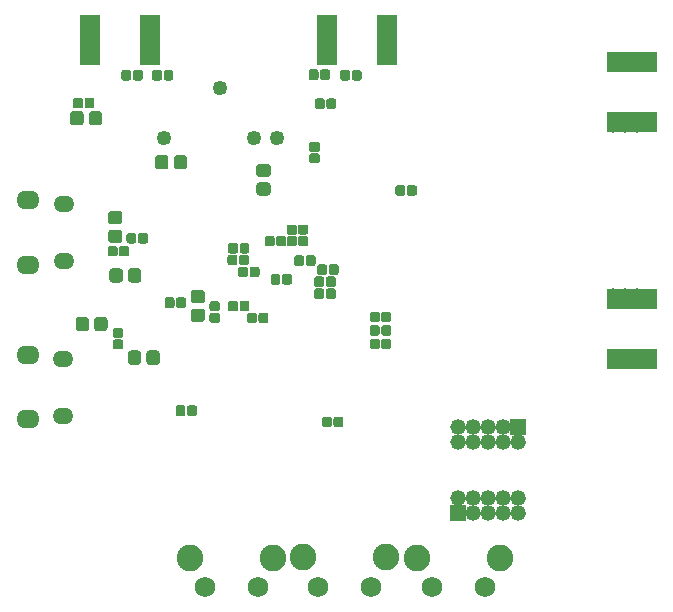
<source format=gbs>
G04 #@! TF.GenerationSoftware,KiCad,Pcbnew,5.1.5-52549c5~84~ubuntu18.04.1*
G04 #@! TF.CreationDate,2020-04-23T07:07:29+01:00*
G04 #@! TF.ProjectId,amalthea_rev0,616d616c-7468-4656-915f-726576302e6b,rev?*
G04 #@! TF.SameCoordinates,Original*
G04 #@! TF.FileFunction,Soldermask,Bot*
G04 #@! TF.FilePolarity,Negative*
%FSLAX46Y46*%
G04 Gerber Fmt 4.6, Leading zero omitted, Abs format (unit mm)*
G04 Created by KiCad (PCBNEW 5.1.5-52549c5~84~ubuntu18.04.1) date 2020-04-23 07:07:29*
%MOMM*%
%LPD*%
G04 APERTURE LIST*
%ADD10C,0.100000*%
%ADD11C,1.016000*%
%ADD12R,4.318000X1.778000*%
%ADD13C,1.254000*%
%ADD14O,1.954000X1.604000*%
%ADD15O,1.754000X1.354000*%
%ADD16R,1.320800X1.320800*%
%ADD17C,1.320800*%
%ADD18R,1.778000X4.318000*%
%ADD19C,1.754000*%
%ADD20C,2.254000*%
G04 APERTURE END LIST*
D10*
G36*
X118261682Y-71054016D02*
G01*
X118282164Y-71057054D01*
X118302250Y-71062086D01*
X118321746Y-71069061D01*
X118340465Y-71077915D01*
X118358225Y-71088560D01*
X118374857Y-71100895D01*
X118390200Y-71114800D01*
X118404105Y-71130143D01*
X118416440Y-71146775D01*
X118427085Y-71164535D01*
X118435939Y-71183254D01*
X118442914Y-71202750D01*
X118447946Y-71222836D01*
X118450984Y-71243318D01*
X118452000Y-71264000D01*
X118452000Y-71736000D01*
X118450984Y-71756682D01*
X118447946Y-71777164D01*
X118442914Y-71797250D01*
X118435939Y-71816746D01*
X118427085Y-71835465D01*
X118416440Y-71853225D01*
X118404105Y-71869857D01*
X118390200Y-71885200D01*
X118374857Y-71899105D01*
X118358225Y-71911440D01*
X118340465Y-71922085D01*
X118321746Y-71930939D01*
X118302250Y-71937914D01*
X118282164Y-71942946D01*
X118261682Y-71945984D01*
X118241000Y-71947000D01*
X117819000Y-71947000D01*
X117798318Y-71945984D01*
X117777836Y-71942946D01*
X117757750Y-71937914D01*
X117738254Y-71930939D01*
X117719535Y-71922085D01*
X117701775Y-71911440D01*
X117685143Y-71899105D01*
X117669800Y-71885200D01*
X117655895Y-71869857D01*
X117643560Y-71853225D01*
X117632915Y-71835465D01*
X117624061Y-71816746D01*
X117617086Y-71797250D01*
X117612054Y-71777164D01*
X117609016Y-71756682D01*
X117608000Y-71736000D01*
X117608000Y-71264000D01*
X117609016Y-71243318D01*
X117612054Y-71222836D01*
X117617086Y-71202750D01*
X117624061Y-71183254D01*
X117632915Y-71164535D01*
X117643560Y-71146775D01*
X117655895Y-71130143D01*
X117669800Y-71114800D01*
X117685143Y-71100895D01*
X117701775Y-71088560D01*
X117719535Y-71077915D01*
X117738254Y-71069061D01*
X117757750Y-71062086D01*
X117777836Y-71057054D01*
X117798318Y-71054016D01*
X117819000Y-71053000D01*
X118241000Y-71053000D01*
X118261682Y-71054016D01*
G37*
G36*
X119231682Y-71054016D02*
G01*
X119252164Y-71057054D01*
X119272250Y-71062086D01*
X119291746Y-71069061D01*
X119310465Y-71077915D01*
X119328225Y-71088560D01*
X119344857Y-71100895D01*
X119360200Y-71114800D01*
X119374105Y-71130143D01*
X119386440Y-71146775D01*
X119397085Y-71164535D01*
X119405939Y-71183254D01*
X119412914Y-71202750D01*
X119417946Y-71222836D01*
X119420984Y-71243318D01*
X119422000Y-71264000D01*
X119422000Y-71736000D01*
X119420984Y-71756682D01*
X119417946Y-71777164D01*
X119412914Y-71797250D01*
X119405939Y-71816746D01*
X119397085Y-71835465D01*
X119386440Y-71853225D01*
X119374105Y-71869857D01*
X119360200Y-71885200D01*
X119344857Y-71899105D01*
X119328225Y-71911440D01*
X119310465Y-71922085D01*
X119291746Y-71930939D01*
X119272250Y-71937914D01*
X119252164Y-71942946D01*
X119231682Y-71945984D01*
X119211000Y-71947000D01*
X118789000Y-71947000D01*
X118768318Y-71945984D01*
X118747836Y-71942946D01*
X118727750Y-71937914D01*
X118708254Y-71930939D01*
X118689535Y-71922085D01*
X118671775Y-71911440D01*
X118655143Y-71899105D01*
X118639800Y-71885200D01*
X118625895Y-71869857D01*
X118613560Y-71853225D01*
X118602915Y-71835465D01*
X118594061Y-71816746D01*
X118587086Y-71797250D01*
X118582054Y-71777164D01*
X118579016Y-71756682D01*
X118578000Y-71736000D01*
X118578000Y-71264000D01*
X118579016Y-71243318D01*
X118582054Y-71222836D01*
X118587086Y-71202750D01*
X118594061Y-71183254D01*
X118602915Y-71164535D01*
X118613560Y-71146775D01*
X118625895Y-71130143D01*
X118639800Y-71114800D01*
X118655143Y-71100895D01*
X118671775Y-71088560D01*
X118689535Y-71077915D01*
X118708254Y-71069061D01*
X118727750Y-71062086D01*
X118747836Y-71057054D01*
X118768318Y-71054016D01*
X118789000Y-71053000D01*
X119211000Y-71053000D01*
X119231682Y-71054016D01*
G37*
G36*
X105981682Y-71104016D02*
G01*
X106002164Y-71107054D01*
X106022250Y-71112086D01*
X106041746Y-71119061D01*
X106060465Y-71127915D01*
X106078225Y-71138560D01*
X106094857Y-71150895D01*
X106110200Y-71164800D01*
X106124105Y-71180143D01*
X106136440Y-71196775D01*
X106147085Y-71214535D01*
X106155939Y-71233254D01*
X106162914Y-71252750D01*
X106167946Y-71272836D01*
X106170984Y-71293318D01*
X106172000Y-71314000D01*
X106172000Y-71786000D01*
X106170984Y-71806682D01*
X106167946Y-71827164D01*
X106162914Y-71847250D01*
X106155939Y-71866746D01*
X106147085Y-71885465D01*
X106136440Y-71903225D01*
X106124105Y-71919857D01*
X106110200Y-71935200D01*
X106094857Y-71949105D01*
X106078225Y-71961440D01*
X106060465Y-71972085D01*
X106041746Y-71980939D01*
X106022250Y-71987914D01*
X106002164Y-71992946D01*
X105981682Y-71995984D01*
X105961000Y-71997000D01*
X105539000Y-71997000D01*
X105518318Y-71995984D01*
X105497836Y-71992946D01*
X105477750Y-71987914D01*
X105458254Y-71980939D01*
X105439535Y-71972085D01*
X105421775Y-71961440D01*
X105405143Y-71949105D01*
X105389800Y-71935200D01*
X105375895Y-71919857D01*
X105363560Y-71903225D01*
X105352915Y-71885465D01*
X105344061Y-71866746D01*
X105337086Y-71847250D01*
X105332054Y-71827164D01*
X105329016Y-71806682D01*
X105328000Y-71786000D01*
X105328000Y-71314000D01*
X105329016Y-71293318D01*
X105332054Y-71272836D01*
X105337086Y-71252750D01*
X105344061Y-71233254D01*
X105352915Y-71214535D01*
X105363560Y-71196775D01*
X105375895Y-71180143D01*
X105389800Y-71164800D01*
X105405143Y-71150895D01*
X105421775Y-71138560D01*
X105439535Y-71127915D01*
X105458254Y-71119061D01*
X105477750Y-71112086D01*
X105497836Y-71107054D01*
X105518318Y-71104016D01*
X105539000Y-71103000D01*
X105961000Y-71103000D01*
X105981682Y-71104016D01*
G37*
G36*
X105011682Y-71104016D02*
G01*
X105032164Y-71107054D01*
X105052250Y-71112086D01*
X105071746Y-71119061D01*
X105090465Y-71127915D01*
X105108225Y-71138560D01*
X105124857Y-71150895D01*
X105140200Y-71164800D01*
X105154105Y-71180143D01*
X105166440Y-71196775D01*
X105177085Y-71214535D01*
X105185939Y-71233254D01*
X105192914Y-71252750D01*
X105197946Y-71272836D01*
X105200984Y-71293318D01*
X105202000Y-71314000D01*
X105202000Y-71786000D01*
X105200984Y-71806682D01*
X105197946Y-71827164D01*
X105192914Y-71847250D01*
X105185939Y-71866746D01*
X105177085Y-71885465D01*
X105166440Y-71903225D01*
X105154105Y-71919857D01*
X105140200Y-71935200D01*
X105124857Y-71949105D01*
X105108225Y-71961440D01*
X105090465Y-71972085D01*
X105071746Y-71980939D01*
X105052250Y-71987914D01*
X105032164Y-71992946D01*
X105011682Y-71995984D01*
X104991000Y-71997000D01*
X104569000Y-71997000D01*
X104548318Y-71995984D01*
X104527836Y-71992946D01*
X104507750Y-71987914D01*
X104488254Y-71980939D01*
X104469535Y-71972085D01*
X104451775Y-71961440D01*
X104435143Y-71949105D01*
X104419800Y-71935200D01*
X104405895Y-71919857D01*
X104393560Y-71903225D01*
X104382915Y-71885465D01*
X104374061Y-71866746D01*
X104367086Y-71847250D01*
X104362054Y-71827164D01*
X104359016Y-71806682D01*
X104358000Y-71786000D01*
X104358000Y-71314000D01*
X104359016Y-71293318D01*
X104362054Y-71272836D01*
X104367086Y-71252750D01*
X104374061Y-71233254D01*
X104382915Y-71214535D01*
X104393560Y-71196775D01*
X104405895Y-71180143D01*
X104419800Y-71164800D01*
X104435143Y-71150895D01*
X104451775Y-71138560D01*
X104469535Y-71127915D01*
X104488254Y-71119061D01*
X104507750Y-71112086D01*
X104527836Y-71107054D01*
X104548318Y-71104016D01*
X104569000Y-71103000D01*
X104991000Y-71103000D01*
X105011682Y-71104016D01*
G37*
G36*
X121901682Y-71104016D02*
G01*
X121922164Y-71107054D01*
X121942250Y-71112086D01*
X121961746Y-71119061D01*
X121980465Y-71127915D01*
X121998225Y-71138560D01*
X122014857Y-71150895D01*
X122030200Y-71164800D01*
X122044105Y-71180143D01*
X122056440Y-71196775D01*
X122067085Y-71214535D01*
X122075939Y-71233254D01*
X122082914Y-71252750D01*
X122087946Y-71272836D01*
X122090984Y-71293318D01*
X122092000Y-71314000D01*
X122092000Y-71786000D01*
X122090984Y-71806682D01*
X122087946Y-71827164D01*
X122082914Y-71847250D01*
X122075939Y-71866746D01*
X122067085Y-71885465D01*
X122056440Y-71903225D01*
X122044105Y-71919857D01*
X122030200Y-71935200D01*
X122014857Y-71949105D01*
X121998225Y-71961440D01*
X121980465Y-71972085D01*
X121961746Y-71980939D01*
X121942250Y-71987914D01*
X121922164Y-71992946D01*
X121901682Y-71995984D01*
X121881000Y-71997000D01*
X121459000Y-71997000D01*
X121438318Y-71995984D01*
X121417836Y-71992946D01*
X121397750Y-71987914D01*
X121378254Y-71980939D01*
X121359535Y-71972085D01*
X121341775Y-71961440D01*
X121325143Y-71949105D01*
X121309800Y-71935200D01*
X121295895Y-71919857D01*
X121283560Y-71903225D01*
X121272915Y-71885465D01*
X121264061Y-71866746D01*
X121257086Y-71847250D01*
X121252054Y-71827164D01*
X121249016Y-71806682D01*
X121248000Y-71786000D01*
X121248000Y-71314000D01*
X121249016Y-71293318D01*
X121252054Y-71272836D01*
X121257086Y-71252750D01*
X121264061Y-71233254D01*
X121272915Y-71214535D01*
X121283560Y-71196775D01*
X121295895Y-71180143D01*
X121309800Y-71164800D01*
X121325143Y-71150895D01*
X121341775Y-71138560D01*
X121359535Y-71127915D01*
X121378254Y-71119061D01*
X121397750Y-71112086D01*
X121417836Y-71107054D01*
X121438318Y-71104016D01*
X121459000Y-71103000D01*
X121881000Y-71103000D01*
X121901682Y-71104016D01*
G37*
G36*
X120931682Y-71104016D02*
G01*
X120952164Y-71107054D01*
X120972250Y-71112086D01*
X120991746Y-71119061D01*
X121010465Y-71127915D01*
X121028225Y-71138560D01*
X121044857Y-71150895D01*
X121060200Y-71164800D01*
X121074105Y-71180143D01*
X121086440Y-71196775D01*
X121097085Y-71214535D01*
X121105939Y-71233254D01*
X121112914Y-71252750D01*
X121117946Y-71272836D01*
X121120984Y-71293318D01*
X121122000Y-71314000D01*
X121122000Y-71786000D01*
X121120984Y-71806682D01*
X121117946Y-71827164D01*
X121112914Y-71847250D01*
X121105939Y-71866746D01*
X121097085Y-71885465D01*
X121086440Y-71903225D01*
X121074105Y-71919857D01*
X121060200Y-71935200D01*
X121044857Y-71949105D01*
X121028225Y-71961440D01*
X121010465Y-71972085D01*
X120991746Y-71980939D01*
X120972250Y-71987914D01*
X120952164Y-71992946D01*
X120931682Y-71995984D01*
X120911000Y-71997000D01*
X120489000Y-71997000D01*
X120468318Y-71995984D01*
X120447836Y-71992946D01*
X120427750Y-71987914D01*
X120408254Y-71980939D01*
X120389535Y-71972085D01*
X120371775Y-71961440D01*
X120355143Y-71949105D01*
X120339800Y-71935200D01*
X120325895Y-71919857D01*
X120313560Y-71903225D01*
X120302915Y-71885465D01*
X120294061Y-71866746D01*
X120287086Y-71847250D01*
X120282054Y-71827164D01*
X120279016Y-71806682D01*
X120278000Y-71786000D01*
X120278000Y-71314000D01*
X120279016Y-71293318D01*
X120282054Y-71272836D01*
X120287086Y-71252750D01*
X120294061Y-71233254D01*
X120302915Y-71214535D01*
X120313560Y-71196775D01*
X120325895Y-71180143D01*
X120339800Y-71164800D01*
X120355143Y-71150895D01*
X120371775Y-71138560D01*
X120389535Y-71127915D01*
X120408254Y-71119061D01*
X120427750Y-71112086D01*
X120447836Y-71107054D01*
X120468318Y-71104016D01*
X120489000Y-71103000D01*
X120911000Y-71103000D01*
X120931682Y-71104016D01*
G37*
G36*
X102411682Y-71104016D02*
G01*
X102432164Y-71107054D01*
X102452250Y-71112086D01*
X102471746Y-71119061D01*
X102490465Y-71127915D01*
X102508225Y-71138560D01*
X102524857Y-71150895D01*
X102540200Y-71164800D01*
X102554105Y-71180143D01*
X102566440Y-71196775D01*
X102577085Y-71214535D01*
X102585939Y-71233254D01*
X102592914Y-71252750D01*
X102597946Y-71272836D01*
X102600984Y-71293318D01*
X102602000Y-71314000D01*
X102602000Y-71786000D01*
X102600984Y-71806682D01*
X102597946Y-71827164D01*
X102592914Y-71847250D01*
X102585939Y-71866746D01*
X102577085Y-71885465D01*
X102566440Y-71903225D01*
X102554105Y-71919857D01*
X102540200Y-71935200D01*
X102524857Y-71949105D01*
X102508225Y-71961440D01*
X102490465Y-71972085D01*
X102471746Y-71980939D01*
X102452250Y-71987914D01*
X102432164Y-71992946D01*
X102411682Y-71995984D01*
X102391000Y-71997000D01*
X101969000Y-71997000D01*
X101948318Y-71995984D01*
X101927836Y-71992946D01*
X101907750Y-71987914D01*
X101888254Y-71980939D01*
X101869535Y-71972085D01*
X101851775Y-71961440D01*
X101835143Y-71949105D01*
X101819800Y-71935200D01*
X101805895Y-71919857D01*
X101793560Y-71903225D01*
X101782915Y-71885465D01*
X101774061Y-71866746D01*
X101767086Y-71847250D01*
X101762054Y-71827164D01*
X101759016Y-71806682D01*
X101758000Y-71786000D01*
X101758000Y-71314000D01*
X101759016Y-71293318D01*
X101762054Y-71272836D01*
X101767086Y-71252750D01*
X101774061Y-71233254D01*
X101782915Y-71214535D01*
X101793560Y-71196775D01*
X101805895Y-71180143D01*
X101819800Y-71164800D01*
X101835143Y-71150895D01*
X101851775Y-71138560D01*
X101869535Y-71127915D01*
X101888254Y-71119061D01*
X101907750Y-71112086D01*
X101927836Y-71107054D01*
X101948318Y-71104016D01*
X101969000Y-71103000D01*
X102391000Y-71103000D01*
X102411682Y-71104016D01*
G37*
G36*
X103381682Y-71104016D02*
G01*
X103402164Y-71107054D01*
X103422250Y-71112086D01*
X103441746Y-71119061D01*
X103460465Y-71127915D01*
X103478225Y-71138560D01*
X103494857Y-71150895D01*
X103510200Y-71164800D01*
X103524105Y-71180143D01*
X103536440Y-71196775D01*
X103547085Y-71214535D01*
X103555939Y-71233254D01*
X103562914Y-71252750D01*
X103567946Y-71272836D01*
X103570984Y-71293318D01*
X103572000Y-71314000D01*
X103572000Y-71786000D01*
X103570984Y-71806682D01*
X103567946Y-71827164D01*
X103562914Y-71847250D01*
X103555939Y-71866746D01*
X103547085Y-71885465D01*
X103536440Y-71903225D01*
X103524105Y-71919857D01*
X103510200Y-71935200D01*
X103494857Y-71949105D01*
X103478225Y-71961440D01*
X103460465Y-71972085D01*
X103441746Y-71980939D01*
X103422250Y-71987914D01*
X103402164Y-71992946D01*
X103381682Y-71995984D01*
X103361000Y-71997000D01*
X102939000Y-71997000D01*
X102918318Y-71995984D01*
X102897836Y-71992946D01*
X102877750Y-71987914D01*
X102858254Y-71980939D01*
X102839535Y-71972085D01*
X102821775Y-71961440D01*
X102805143Y-71949105D01*
X102789800Y-71935200D01*
X102775895Y-71919857D01*
X102763560Y-71903225D01*
X102752915Y-71885465D01*
X102744061Y-71866746D01*
X102737086Y-71847250D01*
X102732054Y-71827164D01*
X102729016Y-71806682D01*
X102728000Y-71786000D01*
X102728000Y-71314000D01*
X102729016Y-71293318D01*
X102732054Y-71272836D01*
X102737086Y-71252750D01*
X102744061Y-71233254D01*
X102752915Y-71214535D01*
X102763560Y-71196775D01*
X102775895Y-71180143D01*
X102789800Y-71164800D01*
X102805143Y-71150895D01*
X102821775Y-71138560D01*
X102839535Y-71127915D01*
X102858254Y-71119061D01*
X102877750Y-71112086D01*
X102897836Y-71107054D01*
X102918318Y-71104016D01*
X102939000Y-71103000D01*
X103361000Y-71103000D01*
X103381682Y-71104016D01*
G37*
D11*
X143400000Y-90100000D03*
X144400000Y-90100000D03*
X145400000Y-90100000D03*
X145400000Y-90800000D03*
X144400000Y-90800000D03*
X143400000Y-90800000D03*
X144400000Y-95900000D03*
X145400000Y-95900000D03*
X145400000Y-95200000D03*
X144400000Y-95200000D03*
X143400000Y-95900000D03*
X143400000Y-95200000D03*
D12*
X144968000Y-95540000D03*
X144968000Y-90460000D03*
D11*
X143400000Y-70100000D03*
X144400000Y-70100000D03*
X145400000Y-70100000D03*
X145400000Y-70800000D03*
X144400000Y-70800000D03*
X143400000Y-70800000D03*
X144400000Y-75900000D03*
X145400000Y-75900000D03*
X145400000Y-75200000D03*
X144400000Y-75200000D03*
X143400000Y-75900000D03*
X143400000Y-75200000D03*
D12*
X144968000Y-75540000D03*
X144968000Y-70460000D03*
D10*
G36*
X125611682Y-80854016D02*
G01*
X125632164Y-80857054D01*
X125652250Y-80862086D01*
X125671746Y-80869061D01*
X125690465Y-80877915D01*
X125708225Y-80888560D01*
X125724857Y-80900895D01*
X125740200Y-80914800D01*
X125754105Y-80930143D01*
X125766440Y-80946775D01*
X125777085Y-80964535D01*
X125785939Y-80983254D01*
X125792914Y-81002750D01*
X125797946Y-81022836D01*
X125800984Y-81043318D01*
X125802000Y-81064000D01*
X125802000Y-81536000D01*
X125800984Y-81556682D01*
X125797946Y-81577164D01*
X125792914Y-81597250D01*
X125785939Y-81616746D01*
X125777085Y-81635465D01*
X125766440Y-81653225D01*
X125754105Y-81669857D01*
X125740200Y-81685200D01*
X125724857Y-81699105D01*
X125708225Y-81711440D01*
X125690465Y-81722085D01*
X125671746Y-81730939D01*
X125652250Y-81737914D01*
X125632164Y-81742946D01*
X125611682Y-81745984D01*
X125591000Y-81747000D01*
X125169000Y-81747000D01*
X125148318Y-81745984D01*
X125127836Y-81742946D01*
X125107750Y-81737914D01*
X125088254Y-81730939D01*
X125069535Y-81722085D01*
X125051775Y-81711440D01*
X125035143Y-81699105D01*
X125019800Y-81685200D01*
X125005895Y-81669857D01*
X124993560Y-81653225D01*
X124982915Y-81635465D01*
X124974061Y-81616746D01*
X124967086Y-81597250D01*
X124962054Y-81577164D01*
X124959016Y-81556682D01*
X124958000Y-81536000D01*
X124958000Y-81064000D01*
X124959016Y-81043318D01*
X124962054Y-81022836D01*
X124967086Y-81002750D01*
X124974061Y-80983254D01*
X124982915Y-80964535D01*
X124993560Y-80946775D01*
X125005895Y-80930143D01*
X125019800Y-80914800D01*
X125035143Y-80900895D01*
X125051775Y-80888560D01*
X125069535Y-80877915D01*
X125088254Y-80869061D01*
X125107750Y-80862086D01*
X125127836Y-80857054D01*
X125148318Y-80854016D01*
X125169000Y-80853000D01*
X125591000Y-80853000D01*
X125611682Y-80854016D01*
G37*
G36*
X126581682Y-80854016D02*
G01*
X126602164Y-80857054D01*
X126622250Y-80862086D01*
X126641746Y-80869061D01*
X126660465Y-80877915D01*
X126678225Y-80888560D01*
X126694857Y-80900895D01*
X126710200Y-80914800D01*
X126724105Y-80930143D01*
X126736440Y-80946775D01*
X126747085Y-80964535D01*
X126755939Y-80983254D01*
X126762914Y-81002750D01*
X126767946Y-81022836D01*
X126770984Y-81043318D01*
X126772000Y-81064000D01*
X126772000Y-81536000D01*
X126770984Y-81556682D01*
X126767946Y-81577164D01*
X126762914Y-81597250D01*
X126755939Y-81616746D01*
X126747085Y-81635465D01*
X126736440Y-81653225D01*
X126724105Y-81669857D01*
X126710200Y-81685200D01*
X126694857Y-81699105D01*
X126678225Y-81711440D01*
X126660465Y-81722085D01*
X126641746Y-81730939D01*
X126622250Y-81737914D01*
X126602164Y-81742946D01*
X126581682Y-81745984D01*
X126561000Y-81747000D01*
X126139000Y-81747000D01*
X126118318Y-81745984D01*
X126097836Y-81742946D01*
X126077750Y-81737914D01*
X126058254Y-81730939D01*
X126039535Y-81722085D01*
X126021775Y-81711440D01*
X126005143Y-81699105D01*
X125989800Y-81685200D01*
X125975895Y-81669857D01*
X125963560Y-81653225D01*
X125952915Y-81635465D01*
X125944061Y-81616746D01*
X125937086Y-81597250D01*
X125932054Y-81577164D01*
X125929016Y-81556682D01*
X125928000Y-81536000D01*
X125928000Y-81064000D01*
X125929016Y-81043318D01*
X125932054Y-81022836D01*
X125937086Y-81002750D01*
X125944061Y-80983254D01*
X125952915Y-80964535D01*
X125963560Y-80946775D01*
X125975895Y-80930143D01*
X125989800Y-80914800D01*
X126005143Y-80900895D01*
X126021775Y-80888560D01*
X126039535Y-80877915D01*
X126058254Y-80869061D01*
X126077750Y-80862086D01*
X126097836Y-80857054D01*
X126118318Y-80854016D01*
X126139000Y-80853000D01*
X126561000Y-80853000D01*
X126581682Y-80854016D01*
G37*
D13*
X105410000Y-76835000D03*
X113030000Y-76835000D03*
X110109000Y-72644000D03*
D10*
G36*
X114139415Y-80615359D02*
G01*
X114166814Y-80619423D01*
X114193683Y-80626154D01*
X114219762Y-80635485D01*
X114244802Y-80647328D01*
X114268560Y-80661568D01*
X114290808Y-80678068D01*
X114311331Y-80696669D01*
X114329932Y-80717192D01*
X114346432Y-80739440D01*
X114360672Y-80763198D01*
X114372515Y-80788238D01*
X114381846Y-80814317D01*
X114388577Y-80841186D01*
X114392641Y-80868585D01*
X114394000Y-80896250D01*
X114394000Y-81460750D01*
X114392641Y-81488415D01*
X114388577Y-81515814D01*
X114381846Y-81542683D01*
X114372515Y-81568762D01*
X114360672Y-81593802D01*
X114346432Y-81617560D01*
X114329932Y-81639808D01*
X114311331Y-81660331D01*
X114290808Y-81678932D01*
X114268560Y-81695432D01*
X114244802Y-81709672D01*
X114219762Y-81721515D01*
X114193683Y-81730846D01*
X114166814Y-81737577D01*
X114139415Y-81741641D01*
X114111750Y-81743000D01*
X113472250Y-81743000D01*
X113444585Y-81741641D01*
X113417186Y-81737577D01*
X113390317Y-81730846D01*
X113364238Y-81721515D01*
X113339198Y-81709672D01*
X113315440Y-81695432D01*
X113293192Y-81678932D01*
X113272669Y-81660331D01*
X113254068Y-81639808D01*
X113237568Y-81617560D01*
X113223328Y-81593802D01*
X113211485Y-81568762D01*
X113202154Y-81542683D01*
X113195423Y-81515814D01*
X113191359Y-81488415D01*
X113190000Y-81460750D01*
X113190000Y-80896250D01*
X113191359Y-80868585D01*
X113195423Y-80841186D01*
X113202154Y-80814317D01*
X113211485Y-80788238D01*
X113223328Y-80763198D01*
X113237568Y-80739440D01*
X113254068Y-80717192D01*
X113272669Y-80696669D01*
X113293192Y-80678068D01*
X113315440Y-80661568D01*
X113339198Y-80647328D01*
X113364238Y-80635485D01*
X113390317Y-80626154D01*
X113417186Y-80619423D01*
X113444585Y-80615359D01*
X113472250Y-80614000D01*
X114111750Y-80614000D01*
X114139415Y-80615359D01*
G37*
G36*
X114139415Y-79040359D02*
G01*
X114166814Y-79044423D01*
X114193683Y-79051154D01*
X114219762Y-79060485D01*
X114244802Y-79072328D01*
X114268560Y-79086568D01*
X114290808Y-79103068D01*
X114311331Y-79121669D01*
X114329932Y-79142192D01*
X114346432Y-79164440D01*
X114360672Y-79188198D01*
X114372515Y-79213238D01*
X114381846Y-79239317D01*
X114388577Y-79266186D01*
X114392641Y-79293585D01*
X114394000Y-79321250D01*
X114394000Y-79885750D01*
X114392641Y-79913415D01*
X114388577Y-79940814D01*
X114381846Y-79967683D01*
X114372515Y-79993762D01*
X114360672Y-80018802D01*
X114346432Y-80042560D01*
X114329932Y-80064808D01*
X114311331Y-80085331D01*
X114290808Y-80103932D01*
X114268560Y-80120432D01*
X114244802Y-80134672D01*
X114219762Y-80146515D01*
X114193683Y-80155846D01*
X114166814Y-80162577D01*
X114139415Y-80166641D01*
X114111750Y-80168000D01*
X113472250Y-80168000D01*
X113444585Y-80166641D01*
X113417186Y-80162577D01*
X113390317Y-80155846D01*
X113364238Y-80146515D01*
X113339198Y-80134672D01*
X113315440Y-80120432D01*
X113293192Y-80103932D01*
X113272669Y-80085331D01*
X113254068Y-80064808D01*
X113237568Y-80042560D01*
X113223328Y-80018802D01*
X113211485Y-79993762D01*
X113202154Y-79967683D01*
X113195423Y-79940814D01*
X113191359Y-79913415D01*
X113190000Y-79885750D01*
X113190000Y-79321250D01*
X113191359Y-79293585D01*
X113195423Y-79266186D01*
X113202154Y-79239317D01*
X113211485Y-79213238D01*
X113223328Y-79188198D01*
X113237568Y-79164440D01*
X113254068Y-79142192D01*
X113272669Y-79121669D01*
X113293192Y-79103068D01*
X113315440Y-79086568D01*
X113339198Y-79072328D01*
X113364238Y-79060485D01*
X113390317Y-79051154D01*
X113417186Y-79044423D01*
X113444585Y-79040359D01*
X113472250Y-79039000D01*
X114111750Y-79039000D01*
X114139415Y-79040359D01*
G37*
G36*
X108576815Y-91308759D02*
G01*
X108604214Y-91312823D01*
X108631083Y-91319554D01*
X108657162Y-91328885D01*
X108682202Y-91340728D01*
X108705960Y-91354968D01*
X108728208Y-91371468D01*
X108748731Y-91390069D01*
X108767332Y-91410592D01*
X108783832Y-91432840D01*
X108798072Y-91456598D01*
X108809915Y-91481638D01*
X108819246Y-91507717D01*
X108825977Y-91534586D01*
X108830041Y-91561985D01*
X108831400Y-91589650D01*
X108831400Y-92154150D01*
X108830041Y-92181815D01*
X108825977Y-92209214D01*
X108819246Y-92236083D01*
X108809915Y-92262162D01*
X108798072Y-92287202D01*
X108783832Y-92310960D01*
X108767332Y-92333208D01*
X108748731Y-92353731D01*
X108728208Y-92372332D01*
X108705960Y-92388832D01*
X108682202Y-92403072D01*
X108657162Y-92414915D01*
X108631083Y-92424246D01*
X108604214Y-92430977D01*
X108576815Y-92435041D01*
X108549150Y-92436400D01*
X107909650Y-92436400D01*
X107881985Y-92435041D01*
X107854586Y-92430977D01*
X107827717Y-92424246D01*
X107801638Y-92414915D01*
X107776598Y-92403072D01*
X107752840Y-92388832D01*
X107730592Y-92372332D01*
X107710069Y-92353731D01*
X107691468Y-92333208D01*
X107674968Y-92310960D01*
X107660728Y-92287202D01*
X107648885Y-92262162D01*
X107639554Y-92236083D01*
X107632823Y-92209214D01*
X107628759Y-92181815D01*
X107627400Y-92154150D01*
X107627400Y-91589650D01*
X107628759Y-91561985D01*
X107632823Y-91534586D01*
X107639554Y-91507717D01*
X107648885Y-91481638D01*
X107660728Y-91456598D01*
X107674968Y-91432840D01*
X107691468Y-91410592D01*
X107710069Y-91390069D01*
X107730592Y-91371468D01*
X107752840Y-91354968D01*
X107776598Y-91340728D01*
X107801638Y-91328885D01*
X107827717Y-91319554D01*
X107854586Y-91312823D01*
X107881985Y-91308759D01*
X107909650Y-91307400D01*
X108549150Y-91307400D01*
X108576815Y-91308759D01*
G37*
G36*
X108576815Y-89733759D02*
G01*
X108604214Y-89737823D01*
X108631083Y-89744554D01*
X108657162Y-89753885D01*
X108682202Y-89765728D01*
X108705960Y-89779968D01*
X108728208Y-89796468D01*
X108748731Y-89815069D01*
X108767332Y-89835592D01*
X108783832Y-89857840D01*
X108798072Y-89881598D01*
X108809915Y-89906638D01*
X108819246Y-89932717D01*
X108825977Y-89959586D01*
X108830041Y-89986985D01*
X108831400Y-90014650D01*
X108831400Y-90579150D01*
X108830041Y-90606815D01*
X108825977Y-90634214D01*
X108819246Y-90661083D01*
X108809915Y-90687162D01*
X108798072Y-90712202D01*
X108783832Y-90735960D01*
X108767332Y-90758208D01*
X108748731Y-90778731D01*
X108728208Y-90797332D01*
X108705960Y-90813832D01*
X108682202Y-90828072D01*
X108657162Y-90839915D01*
X108631083Y-90849246D01*
X108604214Y-90855977D01*
X108576815Y-90860041D01*
X108549150Y-90861400D01*
X107909650Y-90861400D01*
X107881985Y-90860041D01*
X107854586Y-90855977D01*
X107827717Y-90849246D01*
X107801638Y-90839915D01*
X107776598Y-90828072D01*
X107752840Y-90813832D01*
X107730592Y-90797332D01*
X107710069Y-90778731D01*
X107691468Y-90758208D01*
X107674968Y-90735960D01*
X107660728Y-90712202D01*
X107648885Y-90687162D01*
X107639554Y-90661083D01*
X107632823Y-90634214D01*
X107628759Y-90606815D01*
X107627400Y-90579150D01*
X107627400Y-90014650D01*
X107628759Y-89986985D01*
X107632823Y-89959586D01*
X107639554Y-89932717D01*
X107648885Y-89906638D01*
X107660728Y-89881598D01*
X107674968Y-89857840D01*
X107691468Y-89835592D01*
X107710069Y-89815069D01*
X107730592Y-89796468D01*
X107752840Y-89779968D01*
X107776598Y-89765728D01*
X107801638Y-89753885D01*
X107827717Y-89744554D01*
X107854586Y-89737823D01*
X107881985Y-89733759D01*
X107909650Y-89732400D01*
X108549150Y-89732400D01*
X108576815Y-89733759D01*
G37*
G36*
X99877915Y-74583359D02*
G01*
X99905314Y-74587423D01*
X99932183Y-74594154D01*
X99958262Y-74603485D01*
X99983302Y-74615328D01*
X100007060Y-74629568D01*
X100029308Y-74646068D01*
X100049831Y-74664669D01*
X100068432Y-74685192D01*
X100084932Y-74707440D01*
X100099172Y-74731198D01*
X100111015Y-74756238D01*
X100120346Y-74782317D01*
X100127077Y-74809186D01*
X100131141Y-74836585D01*
X100132500Y-74864250D01*
X100132500Y-75503750D01*
X100131141Y-75531415D01*
X100127077Y-75558814D01*
X100120346Y-75585683D01*
X100111015Y-75611762D01*
X100099172Y-75636802D01*
X100084932Y-75660560D01*
X100068432Y-75682808D01*
X100049831Y-75703331D01*
X100029308Y-75721932D01*
X100007060Y-75738432D01*
X99983302Y-75752672D01*
X99958262Y-75764515D01*
X99932183Y-75773846D01*
X99905314Y-75780577D01*
X99877915Y-75784641D01*
X99850250Y-75786000D01*
X99285750Y-75786000D01*
X99258085Y-75784641D01*
X99230686Y-75780577D01*
X99203817Y-75773846D01*
X99177738Y-75764515D01*
X99152698Y-75752672D01*
X99128940Y-75738432D01*
X99106692Y-75721932D01*
X99086169Y-75703331D01*
X99067568Y-75682808D01*
X99051068Y-75660560D01*
X99036828Y-75636802D01*
X99024985Y-75611762D01*
X99015654Y-75585683D01*
X99008923Y-75558814D01*
X99004859Y-75531415D01*
X99003500Y-75503750D01*
X99003500Y-74864250D01*
X99004859Y-74836585D01*
X99008923Y-74809186D01*
X99015654Y-74782317D01*
X99024985Y-74756238D01*
X99036828Y-74731198D01*
X99051068Y-74707440D01*
X99067568Y-74685192D01*
X99086169Y-74664669D01*
X99106692Y-74646068D01*
X99128940Y-74629568D01*
X99152698Y-74615328D01*
X99177738Y-74603485D01*
X99203817Y-74594154D01*
X99230686Y-74587423D01*
X99258085Y-74583359D01*
X99285750Y-74582000D01*
X99850250Y-74582000D01*
X99877915Y-74583359D01*
G37*
G36*
X98302915Y-74583359D02*
G01*
X98330314Y-74587423D01*
X98357183Y-74594154D01*
X98383262Y-74603485D01*
X98408302Y-74615328D01*
X98432060Y-74629568D01*
X98454308Y-74646068D01*
X98474831Y-74664669D01*
X98493432Y-74685192D01*
X98509932Y-74707440D01*
X98524172Y-74731198D01*
X98536015Y-74756238D01*
X98545346Y-74782317D01*
X98552077Y-74809186D01*
X98556141Y-74836585D01*
X98557500Y-74864250D01*
X98557500Y-75503750D01*
X98556141Y-75531415D01*
X98552077Y-75558814D01*
X98545346Y-75585683D01*
X98536015Y-75611762D01*
X98524172Y-75636802D01*
X98509932Y-75660560D01*
X98493432Y-75682808D01*
X98474831Y-75703331D01*
X98454308Y-75721932D01*
X98432060Y-75738432D01*
X98408302Y-75752672D01*
X98383262Y-75764515D01*
X98357183Y-75773846D01*
X98330314Y-75780577D01*
X98302915Y-75784641D01*
X98275250Y-75786000D01*
X97710750Y-75786000D01*
X97683085Y-75784641D01*
X97655686Y-75780577D01*
X97628817Y-75773846D01*
X97602738Y-75764515D01*
X97577698Y-75752672D01*
X97553940Y-75738432D01*
X97531692Y-75721932D01*
X97511169Y-75703331D01*
X97492568Y-75682808D01*
X97476068Y-75660560D01*
X97461828Y-75636802D01*
X97449985Y-75611762D01*
X97440654Y-75585683D01*
X97433923Y-75558814D01*
X97429859Y-75531415D01*
X97428500Y-75503750D01*
X97428500Y-74864250D01*
X97429859Y-74836585D01*
X97433923Y-74809186D01*
X97440654Y-74782317D01*
X97449985Y-74756238D01*
X97461828Y-74731198D01*
X97476068Y-74707440D01*
X97492568Y-74685192D01*
X97511169Y-74664669D01*
X97531692Y-74646068D01*
X97553940Y-74629568D01*
X97577698Y-74615328D01*
X97602738Y-74603485D01*
X97628817Y-74594154D01*
X97655686Y-74587423D01*
X97683085Y-74583359D01*
X97710750Y-74582000D01*
X98275250Y-74582000D01*
X98302915Y-74583359D01*
G37*
G36*
X113266682Y-87754016D02*
G01*
X113287164Y-87757054D01*
X113307250Y-87762086D01*
X113326746Y-87769061D01*
X113345465Y-87777915D01*
X113363225Y-87788560D01*
X113379857Y-87800895D01*
X113395200Y-87814800D01*
X113409105Y-87830143D01*
X113421440Y-87846775D01*
X113432085Y-87864535D01*
X113440939Y-87883254D01*
X113447914Y-87902750D01*
X113452946Y-87922836D01*
X113455984Y-87943318D01*
X113457000Y-87964000D01*
X113457000Y-88436000D01*
X113455984Y-88456682D01*
X113452946Y-88477164D01*
X113447914Y-88497250D01*
X113440939Y-88516746D01*
X113432085Y-88535465D01*
X113421440Y-88553225D01*
X113409105Y-88569857D01*
X113395200Y-88585200D01*
X113379857Y-88599105D01*
X113363225Y-88611440D01*
X113345465Y-88622085D01*
X113326746Y-88630939D01*
X113307250Y-88637914D01*
X113287164Y-88642946D01*
X113266682Y-88645984D01*
X113246000Y-88647000D01*
X112824000Y-88647000D01*
X112803318Y-88645984D01*
X112782836Y-88642946D01*
X112762750Y-88637914D01*
X112743254Y-88630939D01*
X112724535Y-88622085D01*
X112706775Y-88611440D01*
X112690143Y-88599105D01*
X112674800Y-88585200D01*
X112660895Y-88569857D01*
X112648560Y-88553225D01*
X112637915Y-88535465D01*
X112629061Y-88516746D01*
X112622086Y-88497250D01*
X112617054Y-88477164D01*
X112614016Y-88456682D01*
X112613000Y-88436000D01*
X112613000Y-87964000D01*
X112614016Y-87943318D01*
X112617054Y-87922836D01*
X112622086Y-87902750D01*
X112629061Y-87883254D01*
X112637915Y-87864535D01*
X112648560Y-87846775D01*
X112660895Y-87830143D01*
X112674800Y-87814800D01*
X112690143Y-87800895D01*
X112706775Y-87788560D01*
X112724535Y-87777915D01*
X112743254Y-87769061D01*
X112762750Y-87762086D01*
X112782836Y-87757054D01*
X112803318Y-87754016D01*
X112824000Y-87753000D01*
X113246000Y-87753000D01*
X113266682Y-87754016D01*
G37*
G36*
X112296682Y-87754016D02*
G01*
X112317164Y-87757054D01*
X112337250Y-87762086D01*
X112356746Y-87769061D01*
X112375465Y-87777915D01*
X112393225Y-87788560D01*
X112409857Y-87800895D01*
X112425200Y-87814800D01*
X112439105Y-87830143D01*
X112451440Y-87846775D01*
X112462085Y-87864535D01*
X112470939Y-87883254D01*
X112477914Y-87902750D01*
X112482946Y-87922836D01*
X112485984Y-87943318D01*
X112487000Y-87964000D01*
X112487000Y-88436000D01*
X112485984Y-88456682D01*
X112482946Y-88477164D01*
X112477914Y-88497250D01*
X112470939Y-88516746D01*
X112462085Y-88535465D01*
X112451440Y-88553225D01*
X112439105Y-88569857D01*
X112425200Y-88585200D01*
X112409857Y-88599105D01*
X112393225Y-88611440D01*
X112375465Y-88622085D01*
X112356746Y-88630939D01*
X112337250Y-88637914D01*
X112317164Y-88642946D01*
X112296682Y-88645984D01*
X112276000Y-88647000D01*
X111854000Y-88647000D01*
X111833318Y-88645984D01*
X111812836Y-88642946D01*
X111792750Y-88637914D01*
X111773254Y-88630939D01*
X111754535Y-88622085D01*
X111736775Y-88611440D01*
X111720143Y-88599105D01*
X111704800Y-88585200D01*
X111690895Y-88569857D01*
X111678560Y-88553225D01*
X111667915Y-88535465D01*
X111659061Y-88516746D01*
X111652086Y-88497250D01*
X111647054Y-88477164D01*
X111644016Y-88456682D01*
X111643000Y-88436000D01*
X111643000Y-87964000D01*
X111644016Y-87943318D01*
X111647054Y-87922836D01*
X111652086Y-87902750D01*
X111659061Y-87883254D01*
X111667915Y-87864535D01*
X111678560Y-87846775D01*
X111690895Y-87830143D01*
X111704800Y-87814800D01*
X111720143Y-87800895D01*
X111736775Y-87788560D01*
X111754535Y-87777915D01*
X111773254Y-87769061D01*
X111792750Y-87762086D01*
X111812836Y-87757054D01*
X111833318Y-87754016D01*
X111854000Y-87753000D01*
X112276000Y-87753000D01*
X112296682Y-87754016D01*
G37*
G36*
X117406682Y-85164016D02*
G01*
X117427164Y-85167054D01*
X117447250Y-85172086D01*
X117466746Y-85179061D01*
X117485465Y-85187915D01*
X117503225Y-85198560D01*
X117519857Y-85210895D01*
X117535200Y-85224800D01*
X117549105Y-85240143D01*
X117561440Y-85256775D01*
X117572085Y-85274535D01*
X117580939Y-85293254D01*
X117587914Y-85312750D01*
X117592946Y-85332836D01*
X117595984Y-85353318D01*
X117597000Y-85374000D01*
X117597000Y-85796000D01*
X117595984Y-85816682D01*
X117592946Y-85837164D01*
X117587914Y-85857250D01*
X117580939Y-85876746D01*
X117572085Y-85895465D01*
X117561440Y-85913225D01*
X117549105Y-85929857D01*
X117535200Y-85945200D01*
X117519857Y-85959105D01*
X117503225Y-85971440D01*
X117485465Y-85982085D01*
X117466746Y-85990939D01*
X117447250Y-85997914D01*
X117427164Y-86002946D01*
X117406682Y-86005984D01*
X117386000Y-86007000D01*
X116914000Y-86007000D01*
X116893318Y-86005984D01*
X116872836Y-86002946D01*
X116852750Y-85997914D01*
X116833254Y-85990939D01*
X116814535Y-85982085D01*
X116796775Y-85971440D01*
X116780143Y-85959105D01*
X116764800Y-85945200D01*
X116750895Y-85929857D01*
X116738560Y-85913225D01*
X116727915Y-85895465D01*
X116719061Y-85876746D01*
X116712086Y-85857250D01*
X116707054Y-85837164D01*
X116704016Y-85816682D01*
X116703000Y-85796000D01*
X116703000Y-85374000D01*
X116704016Y-85353318D01*
X116707054Y-85332836D01*
X116712086Y-85312750D01*
X116719061Y-85293254D01*
X116727915Y-85274535D01*
X116738560Y-85256775D01*
X116750895Y-85240143D01*
X116764800Y-85224800D01*
X116780143Y-85210895D01*
X116796775Y-85198560D01*
X116814535Y-85187915D01*
X116833254Y-85179061D01*
X116852750Y-85172086D01*
X116872836Y-85167054D01*
X116893318Y-85164016D01*
X116914000Y-85163000D01*
X117386000Y-85163000D01*
X117406682Y-85164016D01*
G37*
G36*
X117406682Y-84194016D02*
G01*
X117427164Y-84197054D01*
X117447250Y-84202086D01*
X117466746Y-84209061D01*
X117485465Y-84217915D01*
X117503225Y-84228560D01*
X117519857Y-84240895D01*
X117535200Y-84254800D01*
X117549105Y-84270143D01*
X117561440Y-84286775D01*
X117572085Y-84304535D01*
X117580939Y-84323254D01*
X117587914Y-84342750D01*
X117592946Y-84362836D01*
X117595984Y-84383318D01*
X117597000Y-84404000D01*
X117597000Y-84826000D01*
X117595984Y-84846682D01*
X117592946Y-84867164D01*
X117587914Y-84887250D01*
X117580939Y-84906746D01*
X117572085Y-84925465D01*
X117561440Y-84943225D01*
X117549105Y-84959857D01*
X117535200Y-84975200D01*
X117519857Y-84989105D01*
X117503225Y-85001440D01*
X117485465Y-85012085D01*
X117466746Y-85020939D01*
X117447250Y-85027914D01*
X117427164Y-85032946D01*
X117406682Y-85035984D01*
X117386000Y-85037000D01*
X116914000Y-85037000D01*
X116893318Y-85035984D01*
X116872836Y-85032946D01*
X116852750Y-85027914D01*
X116833254Y-85020939D01*
X116814535Y-85012085D01*
X116796775Y-85001440D01*
X116780143Y-84989105D01*
X116764800Y-84975200D01*
X116750895Y-84959857D01*
X116738560Y-84943225D01*
X116727915Y-84925465D01*
X116719061Y-84906746D01*
X116712086Y-84887250D01*
X116707054Y-84867164D01*
X116704016Y-84846682D01*
X116703000Y-84826000D01*
X116703000Y-84404000D01*
X116704016Y-84383318D01*
X116707054Y-84362836D01*
X116712086Y-84342750D01*
X116719061Y-84323254D01*
X116727915Y-84304535D01*
X116738560Y-84286775D01*
X116750895Y-84270143D01*
X116764800Y-84254800D01*
X116780143Y-84240895D01*
X116796775Y-84228560D01*
X116814535Y-84217915D01*
X116833254Y-84209061D01*
X116852750Y-84202086D01*
X116872836Y-84197054D01*
X116893318Y-84194016D01*
X116914000Y-84193000D01*
X117386000Y-84193000D01*
X117406682Y-84194016D01*
G37*
G36*
X116009682Y-88390516D02*
G01*
X116030164Y-88393554D01*
X116050250Y-88398586D01*
X116069746Y-88405561D01*
X116088465Y-88414415D01*
X116106225Y-88425060D01*
X116122857Y-88437395D01*
X116138200Y-88451300D01*
X116152105Y-88466643D01*
X116164440Y-88483275D01*
X116175085Y-88501035D01*
X116183939Y-88519754D01*
X116190914Y-88539250D01*
X116195946Y-88559336D01*
X116198984Y-88579818D01*
X116200000Y-88600500D01*
X116200000Y-89072500D01*
X116198984Y-89093182D01*
X116195946Y-89113664D01*
X116190914Y-89133750D01*
X116183939Y-89153246D01*
X116175085Y-89171965D01*
X116164440Y-89189725D01*
X116152105Y-89206357D01*
X116138200Y-89221700D01*
X116122857Y-89235605D01*
X116106225Y-89247940D01*
X116088465Y-89258585D01*
X116069746Y-89267439D01*
X116050250Y-89274414D01*
X116030164Y-89279446D01*
X116009682Y-89282484D01*
X115989000Y-89283500D01*
X115567000Y-89283500D01*
X115546318Y-89282484D01*
X115525836Y-89279446D01*
X115505750Y-89274414D01*
X115486254Y-89267439D01*
X115467535Y-89258585D01*
X115449775Y-89247940D01*
X115433143Y-89235605D01*
X115417800Y-89221700D01*
X115403895Y-89206357D01*
X115391560Y-89189725D01*
X115380915Y-89171965D01*
X115372061Y-89153246D01*
X115365086Y-89133750D01*
X115360054Y-89113664D01*
X115357016Y-89093182D01*
X115356000Y-89072500D01*
X115356000Y-88600500D01*
X115357016Y-88579818D01*
X115360054Y-88559336D01*
X115365086Y-88539250D01*
X115372061Y-88519754D01*
X115380915Y-88501035D01*
X115391560Y-88483275D01*
X115403895Y-88466643D01*
X115417800Y-88451300D01*
X115433143Y-88437395D01*
X115449775Y-88425060D01*
X115467535Y-88414415D01*
X115486254Y-88405561D01*
X115505750Y-88398586D01*
X115525836Y-88393554D01*
X115546318Y-88390516D01*
X115567000Y-88389500D01*
X115989000Y-88389500D01*
X116009682Y-88390516D01*
G37*
G36*
X115039682Y-88390516D02*
G01*
X115060164Y-88393554D01*
X115080250Y-88398586D01*
X115099746Y-88405561D01*
X115118465Y-88414415D01*
X115136225Y-88425060D01*
X115152857Y-88437395D01*
X115168200Y-88451300D01*
X115182105Y-88466643D01*
X115194440Y-88483275D01*
X115205085Y-88501035D01*
X115213939Y-88519754D01*
X115220914Y-88539250D01*
X115225946Y-88559336D01*
X115228984Y-88579818D01*
X115230000Y-88600500D01*
X115230000Y-89072500D01*
X115228984Y-89093182D01*
X115225946Y-89113664D01*
X115220914Y-89133750D01*
X115213939Y-89153246D01*
X115205085Y-89171965D01*
X115194440Y-89189725D01*
X115182105Y-89206357D01*
X115168200Y-89221700D01*
X115152857Y-89235605D01*
X115136225Y-89247940D01*
X115118465Y-89258585D01*
X115099746Y-89267439D01*
X115080250Y-89274414D01*
X115060164Y-89279446D01*
X115039682Y-89282484D01*
X115019000Y-89283500D01*
X114597000Y-89283500D01*
X114576318Y-89282484D01*
X114555836Y-89279446D01*
X114535750Y-89274414D01*
X114516254Y-89267439D01*
X114497535Y-89258585D01*
X114479775Y-89247940D01*
X114463143Y-89235605D01*
X114447800Y-89221700D01*
X114433895Y-89206357D01*
X114421560Y-89189725D01*
X114410915Y-89171965D01*
X114402061Y-89153246D01*
X114395086Y-89133750D01*
X114390054Y-89113664D01*
X114387016Y-89093182D01*
X114386000Y-89072500D01*
X114386000Y-88600500D01*
X114387016Y-88579818D01*
X114390054Y-88559336D01*
X114395086Y-88539250D01*
X114402061Y-88519754D01*
X114410915Y-88501035D01*
X114421560Y-88483275D01*
X114433895Y-88466643D01*
X114447800Y-88451300D01*
X114463143Y-88437395D01*
X114479775Y-88425060D01*
X114497535Y-88414415D01*
X114516254Y-88405561D01*
X114535750Y-88398586D01*
X114555836Y-88393554D01*
X114576318Y-88390516D01*
X114597000Y-88389500D01*
X115019000Y-88389500D01*
X115039682Y-88390516D01*
G37*
G36*
X98321682Y-73468016D02*
G01*
X98342164Y-73471054D01*
X98362250Y-73476086D01*
X98381746Y-73483061D01*
X98400465Y-73491915D01*
X98418225Y-73502560D01*
X98434857Y-73514895D01*
X98450200Y-73528800D01*
X98464105Y-73544143D01*
X98476440Y-73560775D01*
X98487085Y-73578535D01*
X98495939Y-73597254D01*
X98502914Y-73616750D01*
X98507946Y-73636836D01*
X98510984Y-73657318D01*
X98512000Y-73678000D01*
X98512000Y-74150000D01*
X98510984Y-74170682D01*
X98507946Y-74191164D01*
X98502914Y-74211250D01*
X98495939Y-74230746D01*
X98487085Y-74249465D01*
X98476440Y-74267225D01*
X98464105Y-74283857D01*
X98450200Y-74299200D01*
X98434857Y-74313105D01*
X98418225Y-74325440D01*
X98400465Y-74336085D01*
X98381746Y-74344939D01*
X98362250Y-74351914D01*
X98342164Y-74356946D01*
X98321682Y-74359984D01*
X98301000Y-74361000D01*
X97879000Y-74361000D01*
X97858318Y-74359984D01*
X97837836Y-74356946D01*
X97817750Y-74351914D01*
X97798254Y-74344939D01*
X97779535Y-74336085D01*
X97761775Y-74325440D01*
X97745143Y-74313105D01*
X97729800Y-74299200D01*
X97715895Y-74283857D01*
X97703560Y-74267225D01*
X97692915Y-74249465D01*
X97684061Y-74230746D01*
X97677086Y-74211250D01*
X97672054Y-74191164D01*
X97669016Y-74170682D01*
X97668000Y-74150000D01*
X97668000Y-73678000D01*
X97669016Y-73657318D01*
X97672054Y-73636836D01*
X97677086Y-73616750D01*
X97684061Y-73597254D01*
X97692915Y-73578535D01*
X97703560Y-73560775D01*
X97715895Y-73544143D01*
X97729800Y-73528800D01*
X97745143Y-73514895D01*
X97761775Y-73502560D01*
X97779535Y-73491915D01*
X97798254Y-73483061D01*
X97817750Y-73476086D01*
X97837836Y-73471054D01*
X97858318Y-73468016D01*
X97879000Y-73467000D01*
X98301000Y-73467000D01*
X98321682Y-73468016D01*
G37*
G36*
X99291682Y-73468016D02*
G01*
X99312164Y-73471054D01*
X99332250Y-73476086D01*
X99351746Y-73483061D01*
X99370465Y-73491915D01*
X99388225Y-73502560D01*
X99404857Y-73514895D01*
X99420200Y-73528800D01*
X99434105Y-73544143D01*
X99446440Y-73560775D01*
X99457085Y-73578535D01*
X99465939Y-73597254D01*
X99472914Y-73616750D01*
X99477946Y-73636836D01*
X99480984Y-73657318D01*
X99482000Y-73678000D01*
X99482000Y-74150000D01*
X99480984Y-74170682D01*
X99477946Y-74191164D01*
X99472914Y-74211250D01*
X99465939Y-74230746D01*
X99457085Y-74249465D01*
X99446440Y-74267225D01*
X99434105Y-74283857D01*
X99420200Y-74299200D01*
X99404857Y-74313105D01*
X99388225Y-74325440D01*
X99370465Y-74336085D01*
X99351746Y-74344939D01*
X99332250Y-74351914D01*
X99312164Y-74356946D01*
X99291682Y-74359984D01*
X99271000Y-74361000D01*
X98849000Y-74361000D01*
X98828318Y-74359984D01*
X98807836Y-74356946D01*
X98787750Y-74351914D01*
X98768254Y-74344939D01*
X98749535Y-74336085D01*
X98731775Y-74325440D01*
X98715143Y-74313105D01*
X98699800Y-74299200D01*
X98685895Y-74283857D01*
X98673560Y-74267225D01*
X98662915Y-74249465D01*
X98654061Y-74230746D01*
X98647086Y-74211250D01*
X98642054Y-74191164D01*
X98639016Y-74170682D01*
X98638000Y-74150000D01*
X98638000Y-73678000D01*
X98639016Y-73657318D01*
X98642054Y-73636836D01*
X98647086Y-73616750D01*
X98654061Y-73597254D01*
X98662915Y-73578535D01*
X98673560Y-73560775D01*
X98685895Y-73544143D01*
X98699800Y-73528800D01*
X98715143Y-73514895D01*
X98731775Y-73502560D01*
X98749535Y-73491915D01*
X98768254Y-73483061D01*
X98787750Y-73476086D01*
X98807836Y-73471054D01*
X98828318Y-73468016D01*
X98849000Y-73467000D01*
X99271000Y-73467000D01*
X99291682Y-73468016D01*
G37*
G36*
X114546682Y-85154016D02*
G01*
X114567164Y-85157054D01*
X114587250Y-85162086D01*
X114606746Y-85169061D01*
X114625465Y-85177915D01*
X114643225Y-85188560D01*
X114659857Y-85200895D01*
X114675200Y-85214800D01*
X114689105Y-85230143D01*
X114701440Y-85246775D01*
X114712085Y-85264535D01*
X114720939Y-85283254D01*
X114727914Y-85302750D01*
X114732946Y-85322836D01*
X114735984Y-85343318D01*
X114737000Y-85364000D01*
X114737000Y-85836000D01*
X114735984Y-85856682D01*
X114732946Y-85877164D01*
X114727914Y-85897250D01*
X114720939Y-85916746D01*
X114712085Y-85935465D01*
X114701440Y-85953225D01*
X114689105Y-85969857D01*
X114675200Y-85985200D01*
X114659857Y-85999105D01*
X114643225Y-86011440D01*
X114625465Y-86022085D01*
X114606746Y-86030939D01*
X114587250Y-86037914D01*
X114567164Y-86042946D01*
X114546682Y-86045984D01*
X114526000Y-86047000D01*
X114104000Y-86047000D01*
X114083318Y-86045984D01*
X114062836Y-86042946D01*
X114042750Y-86037914D01*
X114023254Y-86030939D01*
X114004535Y-86022085D01*
X113986775Y-86011440D01*
X113970143Y-85999105D01*
X113954800Y-85985200D01*
X113940895Y-85969857D01*
X113928560Y-85953225D01*
X113917915Y-85935465D01*
X113909061Y-85916746D01*
X113902086Y-85897250D01*
X113897054Y-85877164D01*
X113894016Y-85856682D01*
X113893000Y-85836000D01*
X113893000Y-85364000D01*
X113894016Y-85343318D01*
X113897054Y-85322836D01*
X113902086Y-85302750D01*
X113909061Y-85283254D01*
X113917915Y-85264535D01*
X113928560Y-85246775D01*
X113940895Y-85230143D01*
X113954800Y-85214800D01*
X113970143Y-85200895D01*
X113986775Y-85188560D01*
X114004535Y-85177915D01*
X114023254Y-85169061D01*
X114042750Y-85162086D01*
X114062836Y-85157054D01*
X114083318Y-85154016D01*
X114104000Y-85153000D01*
X114526000Y-85153000D01*
X114546682Y-85154016D01*
G37*
G36*
X115516682Y-85154016D02*
G01*
X115537164Y-85157054D01*
X115557250Y-85162086D01*
X115576746Y-85169061D01*
X115595465Y-85177915D01*
X115613225Y-85188560D01*
X115629857Y-85200895D01*
X115645200Y-85214800D01*
X115659105Y-85230143D01*
X115671440Y-85246775D01*
X115682085Y-85264535D01*
X115690939Y-85283254D01*
X115697914Y-85302750D01*
X115702946Y-85322836D01*
X115705984Y-85343318D01*
X115707000Y-85364000D01*
X115707000Y-85836000D01*
X115705984Y-85856682D01*
X115702946Y-85877164D01*
X115697914Y-85897250D01*
X115690939Y-85916746D01*
X115682085Y-85935465D01*
X115671440Y-85953225D01*
X115659105Y-85969857D01*
X115645200Y-85985200D01*
X115629857Y-85999105D01*
X115613225Y-86011440D01*
X115595465Y-86022085D01*
X115576746Y-86030939D01*
X115557250Y-86037914D01*
X115537164Y-86042946D01*
X115516682Y-86045984D01*
X115496000Y-86047000D01*
X115074000Y-86047000D01*
X115053318Y-86045984D01*
X115032836Y-86042946D01*
X115012750Y-86037914D01*
X114993254Y-86030939D01*
X114974535Y-86022085D01*
X114956775Y-86011440D01*
X114940143Y-85999105D01*
X114924800Y-85985200D01*
X114910895Y-85969857D01*
X114898560Y-85953225D01*
X114887915Y-85935465D01*
X114879061Y-85916746D01*
X114872086Y-85897250D01*
X114867054Y-85877164D01*
X114864016Y-85856682D01*
X114863000Y-85836000D01*
X114863000Y-85364000D01*
X114864016Y-85343318D01*
X114867054Y-85322836D01*
X114872086Y-85302750D01*
X114879061Y-85283254D01*
X114887915Y-85264535D01*
X114898560Y-85246775D01*
X114910895Y-85230143D01*
X114924800Y-85214800D01*
X114940143Y-85200895D01*
X114956775Y-85188560D01*
X114974535Y-85177915D01*
X114993254Y-85169061D01*
X115012750Y-85162086D01*
X115032836Y-85157054D01*
X115053318Y-85154016D01*
X115074000Y-85153000D01*
X115496000Y-85153000D01*
X115516682Y-85154016D01*
G37*
G36*
X112416682Y-85754016D02*
G01*
X112437164Y-85757054D01*
X112457250Y-85762086D01*
X112476746Y-85769061D01*
X112495465Y-85777915D01*
X112513225Y-85788560D01*
X112529857Y-85800895D01*
X112545200Y-85814800D01*
X112559105Y-85830143D01*
X112571440Y-85846775D01*
X112582085Y-85864535D01*
X112590939Y-85883254D01*
X112597914Y-85902750D01*
X112602946Y-85922836D01*
X112605984Y-85943318D01*
X112607000Y-85964000D01*
X112607000Y-86436000D01*
X112605984Y-86456682D01*
X112602946Y-86477164D01*
X112597914Y-86497250D01*
X112590939Y-86516746D01*
X112582085Y-86535465D01*
X112571440Y-86553225D01*
X112559105Y-86569857D01*
X112545200Y-86585200D01*
X112529857Y-86599105D01*
X112513225Y-86611440D01*
X112495465Y-86622085D01*
X112476746Y-86630939D01*
X112457250Y-86637914D01*
X112437164Y-86642946D01*
X112416682Y-86645984D01*
X112396000Y-86647000D01*
X111974000Y-86647000D01*
X111953318Y-86645984D01*
X111932836Y-86642946D01*
X111912750Y-86637914D01*
X111893254Y-86630939D01*
X111874535Y-86622085D01*
X111856775Y-86611440D01*
X111840143Y-86599105D01*
X111824800Y-86585200D01*
X111810895Y-86569857D01*
X111798560Y-86553225D01*
X111787915Y-86535465D01*
X111779061Y-86516746D01*
X111772086Y-86497250D01*
X111767054Y-86477164D01*
X111764016Y-86456682D01*
X111763000Y-86436000D01*
X111763000Y-85964000D01*
X111764016Y-85943318D01*
X111767054Y-85922836D01*
X111772086Y-85902750D01*
X111779061Y-85883254D01*
X111787915Y-85864535D01*
X111798560Y-85846775D01*
X111810895Y-85830143D01*
X111824800Y-85814800D01*
X111840143Y-85800895D01*
X111856775Y-85788560D01*
X111874535Y-85777915D01*
X111893254Y-85769061D01*
X111912750Y-85762086D01*
X111932836Y-85757054D01*
X111953318Y-85754016D01*
X111974000Y-85753000D01*
X112396000Y-85753000D01*
X112416682Y-85754016D01*
G37*
G36*
X111446682Y-85754016D02*
G01*
X111467164Y-85757054D01*
X111487250Y-85762086D01*
X111506746Y-85769061D01*
X111525465Y-85777915D01*
X111543225Y-85788560D01*
X111559857Y-85800895D01*
X111575200Y-85814800D01*
X111589105Y-85830143D01*
X111601440Y-85846775D01*
X111612085Y-85864535D01*
X111620939Y-85883254D01*
X111627914Y-85902750D01*
X111632946Y-85922836D01*
X111635984Y-85943318D01*
X111637000Y-85964000D01*
X111637000Y-86436000D01*
X111635984Y-86456682D01*
X111632946Y-86477164D01*
X111627914Y-86497250D01*
X111620939Y-86516746D01*
X111612085Y-86535465D01*
X111601440Y-86553225D01*
X111589105Y-86569857D01*
X111575200Y-86585200D01*
X111559857Y-86599105D01*
X111543225Y-86611440D01*
X111525465Y-86622085D01*
X111506746Y-86630939D01*
X111487250Y-86637914D01*
X111467164Y-86642946D01*
X111446682Y-86645984D01*
X111426000Y-86647000D01*
X111004000Y-86647000D01*
X110983318Y-86645984D01*
X110962836Y-86642946D01*
X110942750Y-86637914D01*
X110923254Y-86630939D01*
X110904535Y-86622085D01*
X110886775Y-86611440D01*
X110870143Y-86599105D01*
X110854800Y-86585200D01*
X110840895Y-86569857D01*
X110828560Y-86553225D01*
X110817915Y-86535465D01*
X110809061Y-86516746D01*
X110802086Y-86497250D01*
X110797054Y-86477164D01*
X110794016Y-86456682D01*
X110793000Y-86436000D01*
X110793000Y-85964000D01*
X110794016Y-85943318D01*
X110797054Y-85922836D01*
X110802086Y-85902750D01*
X110809061Y-85883254D01*
X110817915Y-85864535D01*
X110828560Y-85846775D01*
X110840895Y-85830143D01*
X110854800Y-85814800D01*
X110870143Y-85800895D01*
X110886775Y-85788560D01*
X110904535Y-85777915D01*
X110923254Y-85769061D01*
X110942750Y-85762086D01*
X110962836Y-85757054D01*
X110983318Y-85754016D01*
X111004000Y-85753000D01*
X111426000Y-85753000D01*
X111446682Y-85754016D01*
G37*
G36*
X111396682Y-86754016D02*
G01*
X111417164Y-86757054D01*
X111437250Y-86762086D01*
X111456746Y-86769061D01*
X111475465Y-86777915D01*
X111493225Y-86788560D01*
X111509857Y-86800895D01*
X111525200Y-86814800D01*
X111539105Y-86830143D01*
X111551440Y-86846775D01*
X111562085Y-86864535D01*
X111570939Y-86883254D01*
X111577914Y-86902750D01*
X111582946Y-86922836D01*
X111585984Y-86943318D01*
X111587000Y-86964000D01*
X111587000Y-87436000D01*
X111585984Y-87456682D01*
X111582946Y-87477164D01*
X111577914Y-87497250D01*
X111570939Y-87516746D01*
X111562085Y-87535465D01*
X111551440Y-87553225D01*
X111539105Y-87569857D01*
X111525200Y-87585200D01*
X111509857Y-87599105D01*
X111493225Y-87611440D01*
X111475465Y-87622085D01*
X111456746Y-87630939D01*
X111437250Y-87637914D01*
X111417164Y-87642946D01*
X111396682Y-87645984D01*
X111376000Y-87647000D01*
X110954000Y-87647000D01*
X110933318Y-87645984D01*
X110912836Y-87642946D01*
X110892750Y-87637914D01*
X110873254Y-87630939D01*
X110854535Y-87622085D01*
X110836775Y-87611440D01*
X110820143Y-87599105D01*
X110804800Y-87585200D01*
X110790895Y-87569857D01*
X110778560Y-87553225D01*
X110767915Y-87535465D01*
X110759061Y-87516746D01*
X110752086Y-87497250D01*
X110747054Y-87477164D01*
X110744016Y-87456682D01*
X110743000Y-87436000D01*
X110743000Y-86964000D01*
X110744016Y-86943318D01*
X110747054Y-86922836D01*
X110752086Y-86902750D01*
X110759061Y-86883254D01*
X110767915Y-86864535D01*
X110778560Y-86846775D01*
X110790895Y-86830143D01*
X110804800Y-86814800D01*
X110820143Y-86800895D01*
X110836775Y-86788560D01*
X110854535Y-86777915D01*
X110873254Y-86769061D01*
X110892750Y-86762086D01*
X110912836Y-86757054D01*
X110933318Y-86754016D01*
X110954000Y-86753000D01*
X111376000Y-86753000D01*
X111396682Y-86754016D01*
G37*
G36*
X112366682Y-86754016D02*
G01*
X112387164Y-86757054D01*
X112407250Y-86762086D01*
X112426746Y-86769061D01*
X112445465Y-86777915D01*
X112463225Y-86788560D01*
X112479857Y-86800895D01*
X112495200Y-86814800D01*
X112509105Y-86830143D01*
X112521440Y-86846775D01*
X112532085Y-86864535D01*
X112540939Y-86883254D01*
X112547914Y-86902750D01*
X112552946Y-86922836D01*
X112555984Y-86943318D01*
X112557000Y-86964000D01*
X112557000Y-87436000D01*
X112555984Y-87456682D01*
X112552946Y-87477164D01*
X112547914Y-87497250D01*
X112540939Y-87516746D01*
X112532085Y-87535465D01*
X112521440Y-87553225D01*
X112509105Y-87569857D01*
X112495200Y-87585200D01*
X112479857Y-87599105D01*
X112463225Y-87611440D01*
X112445465Y-87622085D01*
X112426746Y-87630939D01*
X112407250Y-87637914D01*
X112387164Y-87642946D01*
X112366682Y-87645984D01*
X112346000Y-87647000D01*
X111924000Y-87647000D01*
X111903318Y-87645984D01*
X111882836Y-87642946D01*
X111862750Y-87637914D01*
X111843254Y-87630939D01*
X111824535Y-87622085D01*
X111806775Y-87611440D01*
X111790143Y-87599105D01*
X111774800Y-87585200D01*
X111760895Y-87569857D01*
X111748560Y-87553225D01*
X111737915Y-87535465D01*
X111729061Y-87516746D01*
X111722086Y-87497250D01*
X111717054Y-87477164D01*
X111714016Y-87456682D01*
X111713000Y-87436000D01*
X111713000Y-86964000D01*
X111714016Y-86943318D01*
X111717054Y-86922836D01*
X111722086Y-86902750D01*
X111729061Y-86883254D01*
X111737915Y-86864535D01*
X111748560Y-86846775D01*
X111760895Y-86830143D01*
X111774800Y-86814800D01*
X111790143Y-86800895D01*
X111806775Y-86788560D01*
X111824535Y-86777915D01*
X111843254Y-86769061D01*
X111862750Y-86762086D01*
X111882836Y-86757054D01*
X111903318Y-86754016D01*
X111924000Y-86753000D01*
X112346000Y-86753000D01*
X112366682Y-86754016D01*
G37*
G36*
X116456682Y-84209016D02*
G01*
X116477164Y-84212054D01*
X116497250Y-84217086D01*
X116516746Y-84224061D01*
X116535465Y-84232915D01*
X116553225Y-84243560D01*
X116569857Y-84255895D01*
X116585200Y-84269800D01*
X116599105Y-84285143D01*
X116611440Y-84301775D01*
X116622085Y-84319535D01*
X116630939Y-84338254D01*
X116637914Y-84357750D01*
X116642946Y-84377836D01*
X116645984Y-84398318D01*
X116647000Y-84419000D01*
X116647000Y-84841000D01*
X116645984Y-84861682D01*
X116642946Y-84882164D01*
X116637914Y-84902250D01*
X116630939Y-84921746D01*
X116622085Y-84940465D01*
X116611440Y-84958225D01*
X116599105Y-84974857D01*
X116585200Y-84990200D01*
X116569857Y-85004105D01*
X116553225Y-85016440D01*
X116535465Y-85027085D01*
X116516746Y-85035939D01*
X116497250Y-85042914D01*
X116477164Y-85047946D01*
X116456682Y-85050984D01*
X116436000Y-85052000D01*
X115964000Y-85052000D01*
X115943318Y-85050984D01*
X115922836Y-85047946D01*
X115902750Y-85042914D01*
X115883254Y-85035939D01*
X115864535Y-85027085D01*
X115846775Y-85016440D01*
X115830143Y-85004105D01*
X115814800Y-84990200D01*
X115800895Y-84974857D01*
X115788560Y-84958225D01*
X115777915Y-84940465D01*
X115769061Y-84921746D01*
X115762086Y-84902250D01*
X115757054Y-84882164D01*
X115754016Y-84861682D01*
X115753000Y-84841000D01*
X115753000Y-84419000D01*
X115754016Y-84398318D01*
X115757054Y-84377836D01*
X115762086Y-84357750D01*
X115769061Y-84338254D01*
X115777915Y-84319535D01*
X115788560Y-84301775D01*
X115800895Y-84285143D01*
X115814800Y-84269800D01*
X115830143Y-84255895D01*
X115846775Y-84243560D01*
X115864535Y-84232915D01*
X115883254Y-84224061D01*
X115902750Y-84217086D01*
X115922836Y-84212054D01*
X115943318Y-84209016D01*
X115964000Y-84208000D01*
X116436000Y-84208000D01*
X116456682Y-84209016D01*
G37*
G36*
X116456682Y-85179016D02*
G01*
X116477164Y-85182054D01*
X116497250Y-85187086D01*
X116516746Y-85194061D01*
X116535465Y-85202915D01*
X116553225Y-85213560D01*
X116569857Y-85225895D01*
X116585200Y-85239800D01*
X116599105Y-85255143D01*
X116611440Y-85271775D01*
X116622085Y-85289535D01*
X116630939Y-85308254D01*
X116637914Y-85327750D01*
X116642946Y-85347836D01*
X116645984Y-85368318D01*
X116647000Y-85389000D01*
X116647000Y-85811000D01*
X116645984Y-85831682D01*
X116642946Y-85852164D01*
X116637914Y-85872250D01*
X116630939Y-85891746D01*
X116622085Y-85910465D01*
X116611440Y-85928225D01*
X116599105Y-85944857D01*
X116585200Y-85960200D01*
X116569857Y-85974105D01*
X116553225Y-85986440D01*
X116535465Y-85997085D01*
X116516746Y-86005939D01*
X116497250Y-86012914D01*
X116477164Y-86017946D01*
X116456682Y-86020984D01*
X116436000Y-86022000D01*
X115964000Y-86022000D01*
X115943318Y-86020984D01*
X115922836Y-86017946D01*
X115902750Y-86012914D01*
X115883254Y-86005939D01*
X115864535Y-85997085D01*
X115846775Y-85986440D01*
X115830143Y-85974105D01*
X115814800Y-85960200D01*
X115800895Y-85944857D01*
X115788560Y-85928225D01*
X115777915Y-85910465D01*
X115769061Y-85891746D01*
X115762086Y-85872250D01*
X115757054Y-85852164D01*
X115754016Y-85831682D01*
X115753000Y-85811000D01*
X115753000Y-85389000D01*
X115754016Y-85368318D01*
X115757054Y-85347836D01*
X115762086Y-85327750D01*
X115769061Y-85308254D01*
X115777915Y-85289535D01*
X115788560Y-85271775D01*
X115800895Y-85255143D01*
X115814800Y-85239800D01*
X115830143Y-85225895D01*
X115846775Y-85213560D01*
X115864535Y-85202915D01*
X115883254Y-85194061D01*
X115902750Y-85187086D01*
X115922836Y-85182054D01*
X115943318Y-85179016D01*
X115964000Y-85178000D01*
X116436000Y-85178000D01*
X116456682Y-85179016D01*
G37*
G36*
X118016682Y-86804016D02*
G01*
X118037164Y-86807054D01*
X118057250Y-86812086D01*
X118076746Y-86819061D01*
X118095465Y-86827915D01*
X118113225Y-86838560D01*
X118129857Y-86850895D01*
X118145200Y-86864800D01*
X118159105Y-86880143D01*
X118171440Y-86896775D01*
X118182085Y-86914535D01*
X118190939Y-86933254D01*
X118197914Y-86952750D01*
X118202946Y-86972836D01*
X118205984Y-86993318D01*
X118207000Y-87014000D01*
X118207000Y-87486000D01*
X118205984Y-87506682D01*
X118202946Y-87527164D01*
X118197914Y-87547250D01*
X118190939Y-87566746D01*
X118182085Y-87585465D01*
X118171440Y-87603225D01*
X118159105Y-87619857D01*
X118145200Y-87635200D01*
X118129857Y-87649105D01*
X118113225Y-87661440D01*
X118095465Y-87672085D01*
X118076746Y-87680939D01*
X118057250Y-87687914D01*
X118037164Y-87692946D01*
X118016682Y-87695984D01*
X117996000Y-87697000D01*
X117574000Y-87697000D01*
X117553318Y-87695984D01*
X117532836Y-87692946D01*
X117512750Y-87687914D01*
X117493254Y-87680939D01*
X117474535Y-87672085D01*
X117456775Y-87661440D01*
X117440143Y-87649105D01*
X117424800Y-87635200D01*
X117410895Y-87619857D01*
X117398560Y-87603225D01*
X117387915Y-87585465D01*
X117379061Y-87566746D01*
X117372086Y-87547250D01*
X117367054Y-87527164D01*
X117364016Y-87506682D01*
X117363000Y-87486000D01*
X117363000Y-87014000D01*
X117364016Y-86993318D01*
X117367054Y-86972836D01*
X117372086Y-86952750D01*
X117379061Y-86933254D01*
X117387915Y-86914535D01*
X117398560Y-86896775D01*
X117410895Y-86880143D01*
X117424800Y-86864800D01*
X117440143Y-86850895D01*
X117456775Y-86838560D01*
X117474535Y-86827915D01*
X117493254Y-86819061D01*
X117512750Y-86812086D01*
X117532836Y-86807054D01*
X117553318Y-86804016D01*
X117574000Y-86803000D01*
X117996000Y-86803000D01*
X118016682Y-86804016D01*
G37*
G36*
X117046682Y-86804016D02*
G01*
X117067164Y-86807054D01*
X117087250Y-86812086D01*
X117106746Y-86819061D01*
X117125465Y-86827915D01*
X117143225Y-86838560D01*
X117159857Y-86850895D01*
X117175200Y-86864800D01*
X117189105Y-86880143D01*
X117201440Y-86896775D01*
X117212085Y-86914535D01*
X117220939Y-86933254D01*
X117227914Y-86952750D01*
X117232946Y-86972836D01*
X117235984Y-86993318D01*
X117237000Y-87014000D01*
X117237000Y-87486000D01*
X117235984Y-87506682D01*
X117232946Y-87527164D01*
X117227914Y-87547250D01*
X117220939Y-87566746D01*
X117212085Y-87585465D01*
X117201440Y-87603225D01*
X117189105Y-87619857D01*
X117175200Y-87635200D01*
X117159857Y-87649105D01*
X117143225Y-87661440D01*
X117125465Y-87672085D01*
X117106746Y-87680939D01*
X117087250Y-87687914D01*
X117067164Y-87692946D01*
X117046682Y-87695984D01*
X117026000Y-87697000D01*
X116604000Y-87697000D01*
X116583318Y-87695984D01*
X116562836Y-87692946D01*
X116542750Y-87687914D01*
X116523254Y-87680939D01*
X116504535Y-87672085D01*
X116486775Y-87661440D01*
X116470143Y-87649105D01*
X116454800Y-87635200D01*
X116440895Y-87619857D01*
X116428560Y-87603225D01*
X116417915Y-87585465D01*
X116409061Y-87566746D01*
X116402086Y-87547250D01*
X116397054Y-87527164D01*
X116394016Y-87506682D01*
X116393000Y-87486000D01*
X116393000Y-87014000D01*
X116394016Y-86993318D01*
X116397054Y-86972836D01*
X116402086Y-86952750D01*
X116409061Y-86933254D01*
X116417915Y-86914535D01*
X116428560Y-86896775D01*
X116440895Y-86880143D01*
X116454800Y-86864800D01*
X116470143Y-86850895D01*
X116486775Y-86838560D01*
X116504535Y-86827915D01*
X116523254Y-86819061D01*
X116542750Y-86812086D01*
X116562836Y-86807054D01*
X116583318Y-86804016D01*
X116604000Y-86803000D01*
X117026000Y-86803000D01*
X117046682Y-86804016D01*
G37*
G36*
X109921182Y-90701516D02*
G01*
X109941664Y-90704554D01*
X109961750Y-90709586D01*
X109981246Y-90716561D01*
X109999965Y-90725415D01*
X110017725Y-90736060D01*
X110034357Y-90748395D01*
X110049700Y-90762300D01*
X110063605Y-90777643D01*
X110075940Y-90794275D01*
X110086585Y-90812035D01*
X110095439Y-90830754D01*
X110102414Y-90850250D01*
X110107446Y-90870336D01*
X110110484Y-90890818D01*
X110111500Y-90911500D01*
X110111500Y-91333500D01*
X110110484Y-91354182D01*
X110107446Y-91374664D01*
X110102414Y-91394750D01*
X110095439Y-91414246D01*
X110086585Y-91432965D01*
X110075940Y-91450725D01*
X110063605Y-91467357D01*
X110049700Y-91482700D01*
X110034357Y-91496605D01*
X110017725Y-91508940D01*
X109999965Y-91519585D01*
X109981246Y-91528439D01*
X109961750Y-91535414D01*
X109941664Y-91540446D01*
X109921182Y-91543484D01*
X109900500Y-91544500D01*
X109428500Y-91544500D01*
X109407818Y-91543484D01*
X109387336Y-91540446D01*
X109367250Y-91535414D01*
X109347754Y-91528439D01*
X109329035Y-91519585D01*
X109311275Y-91508940D01*
X109294643Y-91496605D01*
X109279300Y-91482700D01*
X109265395Y-91467357D01*
X109253060Y-91450725D01*
X109242415Y-91432965D01*
X109233561Y-91414246D01*
X109226586Y-91394750D01*
X109221554Y-91374664D01*
X109218516Y-91354182D01*
X109217500Y-91333500D01*
X109217500Y-90911500D01*
X109218516Y-90890818D01*
X109221554Y-90870336D01*
X109226586Y-90850250D01*
X109233561Y-90830754D01*
X109242415Y-90812035D01*
X109253060Y-90794275D01*
X109265395Y-90777643D01*
X109279300Y-90762300D01*
X109294643Y-90748395D01*
X109311275Y-90736060D01*
X109329035Y-90725415D01*
X109347754Y-90716561D01*
X109367250Y-90709586D01*
X109387336Y-90704554D01*
X109407818Y-90701516D01*
X109428500Y-90700500D01*
X109900500Y-90700500D01*
X109921182Y-90701516D01*
G37*
G36*
X109921182Y-91671516D02*
G01*
X109941664Y-91674554D01*
X109961750Y-91679586D01*
X109981246Y-91686561D01*
X109999965Y-91695415D01*
X110017725Y-91706060D01*
X110034357Y-91718395D01*
X110049700Y-91732300D01*
X110063605Y-91747643D01*
X110075940Y-91764275D01*
X110086585Y-91782035D01*
X110095439Y-91800754D01*
X110102414Y-91820250D01*
X110107446Y-91840336D01*
X110110484Y-91860818D01*
X110111500Y-91881500D01*
X110111500Y-92303500D01*
X110110484Y-92324182D01*
X110107446Y-92344664D01*
X110102414Y-92364750D01*
X110095439Y-92384246D01*
X110086585Y-92402965D01*
X110075940Y-92420725D01*
X110063605Y-92437357D01*
X110049700Y-92452700D01*
X110034357Y-92466605D01*
X110017725Y-92478940D01*
X109999965Y-92489585D01*
X109981246Y-92498439D01*
X109961750Y-92505414D01*
X109941664Y-92510446D01*
X109921182Y-92513484D01*
X109900500Y-92514500D01*
X109428500Y-92514500D01*
X109407818Y-92513484D01*
X109387336Y-92510446D01*
X109367250Y-92505414D01*
X109347754Y-92498439D01*
X109329035Y-92489585D01*
X109311275Y-92478940D01*
X109294643Y-92466605D01*
X109279300Y-92452700D01*
X109265395Y-92437357D01*
X109253060Y-92420725D01*
X109242415Y-92402965D01*
X109233561Y-92384246D01*
X109226586Y-92364750D01*
X109221554Y-92344664D01*
X109218516Y-92324182D01*
X109217500Y-92303500D01*
X109217500Y-91881500D01*
X109218516Y-91860818D01*
X109221554Y-91840336D01*
X109226586Y-91820250D01*
X109233561Y-91800754D01*
X109242415Y-91782035D01*
X109253060Y-91764275D01*
X109265395Y-91747643D01*
X109279300Y-91732300D01*
X109294643Y-91718395D01*
X109311275Y-91706060D01*
X109329035Y-91695415D01*
X109347754Y-91686561D01*
X109367250Y-91679586D01*
X109387336Y-91674554D01*
X109407818Y-91671516D01*
X109428500Y-91670500D01*
X109900500Y-91670500D01*
X109921182Y-91671516D01*
G37*
G36*
X111446682Y-90654016D02*
G01*
X111467164Y-90657054D01*
X111487250Y-90662086D01*
X111506746Y-90669061D01*
X111525465Y-90677915D01*
X111543225Y-90688560D01*
X111559857Y-90700895D01*
X111575200Y-90714800D01*
X111589105Y-90730143D01*
X111601440Y-90746775D01*
X111612085Y-90764535D01*
X111620939Y-90783254D01*
X111627914Y-90802750D01*
X111632946Y-90822836D01*
X111635984Y-90843318D01*
X111637000Y-90864000D01*
X111637000Y-91336000D01*
X111635984Y-91356682D01*
X111632946Y-91377164D01*
X111627914Y-91397250D01*
X111620939Y-91416746D01*
X111612085Y-91435465D01*
X111601440Y-91453225D01*
X111589105Y-91469857D01*
X111575200Y-91485200D01*
X111559857Y-91499105D01*
X111543225Y-91511440D01*
X111525465Y-91522085D01*
X111506746Y-91530939D01*
X111487250Y-91537914D01*
X111467164Y-91542946D01*
X111446682Y-91545984D01*
X111426000Y-91547000D01*
X111004000Y-91547000D01*
X110983318Y-91545984D01*
X110962836Y-91542946D01*
X110942750Y-91537914D01*
X110923254Y-91530939D01*
X110904535Y-91522085D01*
X110886775Y-91511440D01*
X110870143Y-91499105D01*
X110854800Y-91485200D01*
X110840895Y-91469857D01*
X110828560Y-91453225D01*
X110817915Y-91435465D01*
X110809061Y-91416746D01*
X110802086Y-91397250D01*
X110797054Y-91377164D01*
X110794016Y-91356682D01*
X110793000Y-91336000D01*
X110793000Y-90864000D01*
X110794016Y-90843318D01*
X110797054Y-90822836D01*
X110802086Y-90802750D01*
X110809061Y-90783254D01*
X110817915Y-90764535D01*
X110828560Y-90746775D01*
X110840895Y-90730143D01*
X110854800Y-90714800D01*
X110870143Y-90700895D01*
X110886775Y-90688560D01*
X110904535Y-90677915D01*
X110923254Y-90669061D01*
X110942750Y-90662086D01*
X110962836Y-90657054D01*
X110983318Y-90654016D01*
X111004000Y-90653000D01*
X111426000Y-90653000D01*
X111446682Y-90654016D01*
G37*
G36*
X112416682Y-90654016D02*
G01*
X112437164Y-90657054D01*
X112457250Y-90662086D01*
X112476746Y-90669061D01*
X112495465Y-90677915D01*
X112513225Y-90688560D01*
X112529857Y-90700895D01*
X112545200Y-90714800D01*
X112559105Y-90730143D01*
X112571440Y-90746775D01*
X112582085Y-90764535D01*
X112590939Y-90783254D01*
X112597914Y-90802750D01*
X112602946Y-90822836D01*
X112605984Y-90843318D01*
X112607000Y-90864000D01*
X112607000Y-91336000D01*
X112605984Y-91356682D01*
X112602946Y-91377164D01*
X112597914Y-91397250D01*
X112590939Y-91416746D01*
X112582085Y-91435465D01*
X112571440Y-91453225D01*
X112559105Y-91469857D01*
X112545200Y-91485200D01*
X112529857Y-91499105D01*
X112513225Y-91511440D01*
X112495465Y-91522085D01*
X112476746Y-91530939D01*
X112457250Y-91537914D01*
X112437164Y-91542946D01*
X112416682Y-91545984D01*
X112396000Y-91547000D01*
X111974000Y-91547000D01*
X111953318Y-91545984D01*
X111932836Y-91542946D01*
X111912750Y-91537914D01*
X111893254Y-91530939D01*
X111874535Y-91522085D01*
X111856775Y-91511440D01*
X111840143Y-91499105D01*
X111824800Y-91485200D01*
X111810895Y-91469857D01*
X111798560Y-91453225D01*
X111787915Y-91435465D01*
X111779061Y-91416746D01*
X111772086Y-91397250D01*
X111767054Y-91377164D01*
X111764016Y-91356682D01*
X111763000Y-91336000D01*
X111763000Y-90864000D01*
X111764016Y-90843318D01*
X111767054Y-90822836D01*
X111772086Y-90802750D01*
X111779061Y-90783254D01*
X111787915Y-90764535D01*
X111798560Y-90746775D01*
X111810895Y-90730143D01*
X111824800Y-90714800D01*
X111840143Y-90700895D01*
X111856775Y-90688560D01*
X111874535Y-90677915D01*
X111893254Y-90669061D01*
X111912750Y-90662086D01*
X111932836Y-90657054D01*
X111953318Y-90654016D01*
X111974000Y-90653000D01*
X112396000Y-90653000D01*
X112416682Y-90654016D01*
G37*
G36*
X118794082Y-73518816D02*
G01*
X118814564Y-73521854D01*
X118834650Y-73526886D01*
X118854146Y-73533861D01*
X118872865Y-73542715D01*
X118890625Y-73553360D01*
X118907257Y-73565695D01*
X118922600Y-73579600D01*
X118936505Y-73594943D01*
X118948840Y-73611575D01*
X118959485Y-73629335D01*
X118968339Y-73648054D01*
X118975314Y-73667550D01*
X118980346Y-73687636D01*
X118983384Y-73708118D01*
X118984400Y-73728800D01*
X118984400Y-74200800D01*
X118983384Y-74221482D01*
X118980346Y-74241964D01*
X118975314Y-74262050D01*
X118968339Y-74281546D01*
X118959485Y-74300265D01*
X118948840Y-74318025D01*
X118936505Y-74334657D01*
X118922600Y-74350000D01*
X118907257Y-74363905D01*
X118890625Y-74376240D01*
X118872865Y-74386885D01*
X118854146Y-74395739D01*
X118834650Y-74402714D01*
X118814564Y-74407746D01*
X118794082Y-74410784D01*
X118773400Y-74411800D01*
X118351400Y-74411800D01*
X118330718Y-74410784D01*
X118310236Y-74407746D01*
X118290150Y-74402714D01*
X118270654Y-74395739D01*
X118251935Y-74386885D01*
X118234175Y-74376240D01*
X118217543Y-74363905D01*
X118202200Y-74350000D01*
X118188295Y-74334657D01*
X118175960Y-74318025D01*
X118165315Y-74300265D01*
X118156461Y-74281546D01*
X118149486Y-74262050D01*
X118144454Y-74241964D01*
X118141416Y-74221482D01*
X118140400Y-74200800D01*
X118140400Y-73728800D01*
X118141416Y-73708118D01*
X118144454Y-73687636D01*
X118149486Y-73667550D01*
X118156461Y-73648054D01*
X118165315Y-73629335D01*
X118175960Y-73611575D01*
X118188295Y-73594943D01*
X118202200Y-73579600D01*
X118217543Y-73565695D01*
X118234175Y-73553360D01*
X118251935Y-73542715D01*
X118270654Y-73533861D01*
X118290150Y-73526886D01*
X118310236Y-73521854D01*
X118330718Y-73518816D01*
X118351400Y-73517800D01*
X118773400Y-73517800D01*
X118794082Y-73518816D01*
G37*
G36*
X119764082Y-73518816D02*
G01*
X119784564Y-73521854D01*
X119804650Y-73526886D01*
X119824146Y-73533861D01*
X119842865Y-73542715D01*
X119860625Y-73553360D01*
X119877257Y-73565695D01*
X119892600Y-73579600D01*
X119906505Y-73594943D01*
X119918840Y-73611575D01*
X119929485Y-73629335D01*
X119938339Y-73648054D01*
X119945314Y-73667550D01*
X119950346Y-73687636D01*
X119953384Y-73708118D01*
X119954400Y-73728800D01*
X119954400Y-74200800D01*
X119953384Y-74221482D01*
X119950346Y-74241964D01*
X119945314Y-74262050D01*
X119938339Y-74281546D01*
X119929485Y-74300265D01*
X119918840Y-74318025D01*
X119906505Y-74334657D01*
X119892600Y-74350000D01*
X119877257Y-74363905D01*
X119860625Y-74376240D01*
X119842865Y-74386885D01*
X119824146Y-74395739D01*
X119804650Y-74402714D01*
X119784564Y-74407746D01*
X119764082Y-74410784D01*
X119743400Y-74411800D01*
X119321400Y-74411800D01*
X119300718Y-74410784D01*
X119280236Y-74407746D01*
X119260150Y-74402714D01*
X119240654Y-74395739D01*
X119221935Y-74386885D01*
X119204175Y-74376240D01*
X119187543Y-74363905D01*
X119172200Y-74350000D01*
X119158295Y-74334657D01*
X119145960Y-74318025D01*
X119135315Y-74300265D01*
X119126461Y-74281546D01*
X119119486Y-74262050D01*
X119114454Y-74241964D01*
X119111416Y-74221482D01*
X119110400Y-74200800D01*
X119110400Y-73728800D01*
X119111416Y-73708118D01*
X119114454Y-73687636D01*
X119119486Y-73667550D01*
X119126461Y-73648054D01*
X119135315Y-73629335D01*
X119145960Y-73611575D01*
X119158295Y-73594943D01*
X119172200Y-73579600D01*
X119187543Y-73565695D01*
X119204175Y-73553360D01*
X119221935Y-73542715D01*
X119240654Y-73533861D01*
X119260150Y-73526886D01*
X119280236Y-73521854D01*
X119300718Y-73518816D01*
X119321400Y-73517800D01*
X119743400Y-73517800D01*
X119764082Y-73518816D01*
G37*
G36*
X114016682Y-91654016D02*
G01*
X114037164Y-91657054D01*
X114057250Y-91662086D01*
X114076746Y-91669061D01*
X114095465Y-91677915D01*
X114113225Y-91688560D01*
X114129857Y-91700895D01*
X114145200Y-91714800D01*
X114159105Y-91730143D01*
X114171440Y-91746775D01*
X114182085Y-91764535D01*
X114190939Y-91783254D01*
X114197914Y-91802750D01*
X114202946Y-91822836D01*
X114205984Y-91843318D01*
X114207000Y-91864000D01*
X114207000Y-92336000D01*
X114205984Y-92356682D01*
X114202946Y-92377164D01*
X114197914Y-92397250D01*
X114190939Y-92416746D01*
X114182085Y-92435465D01*
X114171440Y-92453225D01*
X114159105Y-92469857D01*
X114145200Y-92485200D01*
X114129857Y-92499105D01*
X114113225Y-92511440D01*
X114095465Y-92522085D01*
X114076746Y-92530939D01*
X114057250Y-92537914D01*
X114037164Y-92542946D01*
X114016682Y-92545984D01*
X113996000Y-92547000D01*
X113574000Y-92547000D01*
X113553318Y-92545984D01*
X113532836Y-92542946D01*
X113512750Y-92537914D01*
X113493254Y-92530939D01*
X113474535Y-92522085D01*
X113456775Y-92511440D01*
X113440143Y-92499105D01*
X113424800Y-92485200D01*
X113410895Y-92469857D01*
X113398560Y-92453225D01*
X113387915Y-92435465D01*
X113379061Y-92416746D01*
X113372086Y-92397250D01*
X113367054Y-92377164D01*
X113364016Y-92356682D01*
X113363000Y-92336000D01*
X113363000Y-91864000D01*
X113364016Y-91843318D01*
X113367054Y-91822836D01*
X113372086Y-91802750D01*
X113379061Y-91783254D01*
X113387915Y-91764535D01*
X113398560Y-91746775D01*
X113410895Y-91730143D01*
X113424800Y-91714800D01*
X113440143Y-91700895D01*
X113456775Y-91688560D01*
X113474535Y-91677915D01*
X113493254Y-91669061D01*
X113512750Y-91662086D01*
X113532836Y-91657054D01*
X113553318Y-91654016D01*
X113574000Y-91653000D01*
X113996000Y-91653000D01*
X114016682Y-91654016D01*
G37*
G36*
X113046682Y-91654016D02*
G01*
X113067164Y-91657054D01*
X113087250Y-91662086D01*
X113106746Y-91669061D01*
X113125465Y-91677915D01*
X113143225Y-91688560D01*
X113159857Y-91700895D01*
X113175200Y-91714800D01*
X113189105Y-91730143D01*
X113201440Y-91746775D01*
X113212085Y-91764535D01*
X113220939Y-91783254D01*
X113227914Y-91802750D01*
X113232946Y-91822836D01*
X113235984Y-91843318D01*
X113237000Y-91864000D01*
X113237000Y-92336000D01*
X113235984Y-92356682D01*
X113232946Y-92377164D01*
X113227914Y-92397250D01*
X113220939Y-92416746D01*
X113212085Y-92435465D01*
X113201440Y-92453225D01*
X113189105Y-92469857D01*
X113175200Y-92485200D01*
X113159857Y-92499105D01*
X113143225Y-92511440D01*
X113125465Y-92522085D01*
X113106746Y-92530939D01*
X113087250Y-92537914D01*
X113067164Y-92542946D01*
X113046682Y-92545984D01*
X113026000Y-92547000D01*
X112604000Y-92547000D01*
X112583318Y-92545984D01*
X112562836Y-92542946D01*
X112542750Y-92537914D01*
X112523254Y-92530939D01*
X112504535Y-92522085D01*
X112486775Y-92511440D01*
X112470143Y-92499105D01*
X112454800Y-92485200D01*
X112440895Y-92469857D01*
X112428560Y-92453225D01*
X112417915Y-92435465D01*
X112409061Y-92416746D01*
X112402086Y-92397250D01*
X112397054Y-92377164D01*
X112394016Y-92356682D01*
X112393000Y-92336000D01*
X112393000Y-91864000D01*
X112394016Y-91843318D01*
X112397054Y-91822836D01*
X112402086Y-91802750D01*
X112409061Y-91783254D01*
X112417915Y-91764535D01*
X112428560Y-91746775D01*
X112440895Y-91730143D01*
X112454800Y-91714800D01*
X112470143Y-91700895D01*
X112486775Y-91688560D01*
X112504535Y-91677915D01*
X112523254Y-91669061D01*
X112542750Y-91662086D01*
X112562836Y-91657054D01*
X112583318Y-91654016D01*
X112604000Y-91653000D01*
X113026000Y-91653000D01*
X113046682Y-91654016D01*
G37*
G36*
X118366682Y-78169016D02*
G01*
X118387164Y-78172054D01*
X118407250Y-78177086D01*
X118426746Y-78184061D01*
X118445465Y-78192915D01*
X118463225Y-78203560D01*
X118479857Y-78215895D01*
X118495200Y-78229800D01*
X118509105Y-78245143D01*
X118521440Y-78261775D01*
X118532085Y-78279535D01*
X118540939Y-78298254D01*
X118547914Y-78317750D01*
X118552946Y-78337836D01*
X118555984Y-78358318D01*
X118557000Y-78379000D01*
X118557000Y-78801000D01*
X118555984Y-78821682D01*
X118552946Y-78842164D01*
X118547914Y-78862250D01*
X118540939Y-78881746D01*
X118532085Y-78900465D01*
X118521440Y-78918225D01*
X118509105Y-78934857D01*
X118495200Y-78950200D01*
X118479857Y-78964105D01*
X118463225Y-78976440D01*
X118445465Y-78987085D01*
X118426746Y-78995939D01*
X118407250Y-79002914D01*
X118387164Y-79007946D01*
X118366682Y-79010984D01*
X118346000Y-79012000D01*
X117874000Y-79012000D01*
X117853318Y-79010984D01*
X117832836Y-79007946D01*
X117812750Y-79002914D01*
X117793254Y-78995939D01*
X117774535Y-78987085D01*
X117756775Y-78976440D01*
X117740143Y-78964105D01*
X117724800Y-78950200D01*
X117710895Y-78934857D01*
X117698560Y-78918225D01*
X117687915Y-78900465D01*
X117679061Y-78881746D01*
X117672086Y-78862250D01*
X117667054Y-78842164D01*
X117664016Y-78821682D01*
X117663000Y-78801000D01*
X117663000Y-78379000D01*
X117664016Y-78358318D01*
X117667054Y-78337836D01*
X117672086Y-78317750D01*
X117679061Y-78298254D01*
X117687915Y-78279535D01*
X117698560Y-78261775D01*
X117710895Y-78245143D01*
X117724800Y-78229800D01*
X117740143Y-78215895D01*
X117756775Y-78203560D01*
X117774535Y-78192915D01*
X117793254Y-78184061D01*
X117812750Y-78177086D01*
X117832836Y-78172054D01*
X117853318Y-78169016D01*
X117874000Y-78168000D01*
X118346000Y-78168000D01*
X118366682Y-78169016D01*
G37*
G36*
X118366682Y-77199016D02*
G01*
X118387164Y-77202054D01*
X118407250Y-77207086D01*
X118426746Y-77214061D01*
X118445465Y-77222915D01*
X118463225Y-77233560D01*
X118479857Y-77245895D01*
X118495200Y-77259800D01*
X118509105Y-77275143D01*
X118521440Y-77291775D01*
X118532085Y-77309535D01*
X118540939Y-77328254D01*
X118547914Y-77347750D01*
X118552946Y-77367836D01*
X118555984Y-77388318D01*
X118557000Y-77409000D01*
X118557000Y-77831000D01*
X118555984Y-77851682D01*
X118552946Y-77872164D01*
X118547914Y-77892250D01*
X118540939Y-77911746D01*
X118532085Y-77930465D01*
X118521440Y-77948225D01*
X118509105Y-77964857D01*
X118495200Y-77980200D01*
X118479857Y-77994105D01*
X118463225Y-78006440D01*
X118445465Y-78017085D01*
X118426746Y-78025939D01*
X118407250Y-78032914D01*
X118387164Y-78037946D01*
X118366682Y-78040984D01*
X118346000Y-78042000D01*
X117874000Y-78042000D01*
X117853318Y-78040984D01*
X117832836Y-78037946D01*
X117812750Y-78032914D01*
X117793254Y-78025939D01*
X117774535Y-78017085D01*
X117756775Y-78006440D01*
X117740143Y-77994105D01*
X117724800Y-77980200D01*
X117710895Y-77964857D01*
X117698560Y-77948225D01*
X117687915Y-77930465D01*
X117679061Y-77911746D01*
X117672086Y-77892250D01*
X117667054Y-77872164D01*
X117664016Y-77851682D01*
X117663000Y-77831000D01*
X117663000Y-77409000D01*
X117664016Y-77388318D01*
X117667054Y-77367836D01*
X117672086Y-77347750D01*
X117679061Y-77328254D01*
X117687915Y-77309535D01*
X117698560Y-77291775D01*
X117710895Y-77275143D01*
X117724800Y-77259800D01*
X117740143Y-77245895D01*
X117756775Y-77233560D01*
X117774535Y-77222915D01*
X117793254Y-77214061D01*
X117812750Y-77207086D01*
X117832836Y-77202054D01*
X117853318Y-77199016D01*
X117874000Y-77198000D01*
X118346000Y-77198000D01*
X118366682Y-77199016D01*
G37*
G36*
X119966682Y-87565016D02*
G01*
X119987164Y-87568054D01*
X120007250Y-87573086D01*
X120026746Y-87580061D01*
X120045465Y-87588915D01*
X120063225Y-87599560D01*
X120079857Y-87611895D01*
X120095200Y-87625800D01*
X120109105Y-87641143D01*
X120121440Y-87657775D01*
X120132085Y-87675535D01*
X120140939Y-87694254D01*
X120147914Y-87713750D01*
X120152946Y-87733836D01*
X120155984Y-87754318D01*
X120157000Y-87775000D01*
X120157000Y-88247000D01*
X120155984Y-88267682D01*
X120152946Y-88288164D01*
X120147914Y-88308250D01*
X120140939Y-88327746D01*
X120132085Y-88346465D01*
X120121440Y-88364225D01*
X120109105Y-88380857D01*
X120095200Y-88396200D01*
X120079857Y-88410105D01*
X120063225Y-88422440D01*
X120045465Y-88433085D01*
X120026746Y-88441939D01*
X120007250Y-88448914D01*
X119987164Y-88453946D01*
X119966682Y-88456984D01*
X119946000Y-88458000D01*
X119524000Y-88458000D01*
X119503318Y-88456984D01*
X119482836Y-88453946D01*
X119462750Y-88448914D01*
X119443254Y-88441939D01*
X119424535Y-88433085D01*
X119406775Y-88422440D01*
X119390143Y-88410105D01*
X119374800Y-88396200D01*
X119360895Y-88380857D01*
X119348560Y-88364225D01*
X119337915Y-88346465D01*
X119329061Y-88327746D01*
X119322086Y-88308250D01*
X119317054Y-88288164D01*
X119314016Y-88267682D01*
X119313000Y-88247000D01*
X119313000Y-87775000D01*
X119314016Y-87754318D01*
X119317054Y-87733836D01*
X119322086Y-87713750D01*
X119329061Y-87694254D01*
X119337915Y-87675535D01*
X119348560Y-87657775D01*
X119360895Y-87641143D01*
X119374800Y-87625800D01*
X119390143Y-87611895D01*
X119406775Y-87599560D01*
X119424535Y-87588915D01*
X119443254Y-87580061D01*
X119462750Y-87573086D01*
X119482836Y-87568054D01*
X119503318Y-87565016D01*
X119524000Y-87564000D01*
X119946000Y-87564000D01*
X119966682Y-87565016D01*
G37*
G36*
X118996682Y-87565016D02*
G01*
X119017164Y-87568054D01*
X119037250Y-87573086D01*
X119056746Y-87580061D01*
X119075465Y-87588915D01*
X119093225Y-87599560D01*
X119109857Y-87611895D01*
X119125200Y-87625800D01*
X119139105Y-87641143D01*
X119151440Y-87657775D01*
X119162085Y-87675535D01*
X119170939Y-87694254D01*
X119177914Y-87713750D01*
X119182946Y-87733836D01*
X119185984Y-87754318D01*
X119187000Y-87775000D01*
X119187000Y-88247000D01*
X119185984Y-88267682D01*
X119182946Y-88288164D01*
X119177914Y-88308250D01*
X119170939Y-88327746D01*
X119162085Y-88346465D01*
X119151440Y-88364225D01*
X119139105Y-88380857D01*
X119125200Y-88396200D01*
X119109857Y-88410105D01*
X119093225Y-88422440D01*
X119075465Y-88433085D01*
X119056746Y-88441939D01*
X119037250Y-88448914D01*
X119017164Y-88453946D01*
X118996682Y-88456984D01*
X118976000Y-88458000D01*
X118554000Y-88458000D01*
X118533318Y-88456984D01*
X118512836Y-88453946D01*
X118492750Y-88448914D01*
X118473254Y-88441939D01*
X118454535Y-88433085D01*
X118436775Y-88422440D01*
X118420143Y-88410105D01*
X118404800Y-88396200D01*
X118390895Y-88380857D01*
X118378560Y-88364225D01*
X118367915Y-88346465D01*
X118359061Y-88327746D01*
X118352086Y-88308250D01*
X118347054Y-88288164D01*
X118344016Y-88267682D01*
X118343000Y-88247000D01*
X118343000Y-87775000D01*
X118344016Y-87754318D01*
X118347054Y-87733836D01*
X118352086Y-87713750D01*
X118359061Y-87694254D01*
X118367915Y-87675535D01*
X118378560Y-87657775D01*
X118390895Y-87641143D01*
X118404800Y-87625800D01*
X118420143Y-87611895D01*
X118436775Y-87599560D01*
X118454535Y-87588915D01*
X118473254Y-87580061D01*
X118492750Y-87573086D01*
X118512836Y-87568054D01*
X118533318Y-87565016D01*
X118554000Y-87564000D01*
X118976000Y-87564000D01*
X118996682Y-87565016D01*
G37*
G36*
X107038682Y-90359016D02*
G01*
X107059164Y-90362054D01*
X107079250Y-90367086D01*
X107098746Y-90374061D01*
X107117465Y-90382915D01*
X107135225Y-90393560D01*
X107151857Y-90405895D01*
X107167200Y-90419800D01*
X107181105Y-90435143D01*
X107193440Y-90451775D01*
X107204085Y-90469535D01*
X107212939Y-90488254D01*
X107219914Y-90507750D01*
X107224946Y-90527836D01*
X107227984Y-90548318D01*
X107229000Y-90569000D01*
X107229000Y-91041000D01*
X107227984Y-91061682D01*
X107224946Y-91082164D01*
X107219914Y-91102250D01*
X107212939Y-91121746D01*
X107204085Y-91140465D01*
X107193440Y-91158225D01*
X107181105Y-91174857D01*
X107167200Y-91190200D01*
X107151857Y-91204105D01*
X107135225Y-91216440D01*
X107117465Y-91227085D01*
X107098746Y-91235939D01*
X107079250Y-91242914D01*
X107059164Y-91247946D01*
X107038682Y-91250984D01*
X107018000Y-91252000D01*
X106596000Y-91252000D01*
X106575318Y-91250984D01*
X106554836Y-91247946D01*
X106534750Y-91242914D01*
X106515254Y-91235939D01*
X106496535Y-91227085D01*
X106478775Y-91216440D01*
X106462143Y-91204105D01*
X106446800Y-91190200D01*
X106432895Y-91174857D01*
X106420560Y-91158225D01*
X106409915Y-91140465D01*
X106401061Y-91121746D01*
X106394086Y-91102250D01*
X106389054Y-91082164D01*
X106386016Y-91061682D01*
X106385000Y-91041000D01*
X106385000Y-90569000D01*
X106386016Y-90548318D01*
X106389054Y-90527836D01*
X106394086Y-90507750D01*
X106401061Y-90488254D01*
X106409915Y-90469535D01*
X106420560Y-90451775D01*
X106432895Y-90435143D01*
X106446800Y-90419800D01*
X106462143Y-90405895D01*
X106478775Y-90393560D01*
X106496535Y-90382915D01*
X106515254Y-90374061D01*
X106534750Y-90367086D01*
X106554836Y-90362054D01*
X106575318Y-90359016D01*
X106596000Y-90358000D01*
X107018000Y-90358000D01*
X107038682Y-90359016D01*
G37*
G36*
X106068682Y-90359016D02*
G01*
X106089164Y-90362054D01*
X106109250Y-90367086D01*
X106128746Y-90374061D01*
X106147465Y-90382915D01*
X106165225Y-90393560D01*
X106181857Y-90405895D01*
X106197200Y-90419800D01*
X106211105Y-90435143D01*
X106223440Y-90451775D01*
X106234085Y-90469535D01*
X106242939Y-90488254D01*
X106249914Y-90507750D01*
X106254946Y-90527836D01*
X106257984Y-90548318D01*
X106259000Y-90569000D01*
X106259000Y-91041000D01*
X106257984Y-91061682D01*
X106254946Y-91082164D01*
X106249914Y-91102250D01*
X106242939Y-91121746D01*
X106234085Y-91140465D01*
X106223440Y-91158225D01*
X106211105Y-91174857D01*
X106197200Y-91190200D01*
X106181857Y-91204105D01*
X106165225Y-91216440D01*
X106147465Y-91227085D01*
X106128746Y-91235939D01*
X106109250Y-91242914D01*
X106089164Y-91247946D01*
X106068682Y-91250984D01*
X106048000Y-91252000D01*
X105626000Y-91252000D01*
X105605318Y-91250984D01*
X105584836Y-91247946D01*
X105564750Y-91242914D01*
X105545254Y-91235939D01*
X105526535Y-91227085D01*
X105508775Y-91216440D01*
X105492143Y-91204105D01*
X105476800Y-91190200D01*
X105462895Y-91174857D01*
X105450560Y-91158225D01*
X105439915Y-91140465D01*
X105431061Y-91121746D01*
X105424086Y-91102250D01*
X105419054Y-91082164D01*
X105416016Y-91061682D01*
X105415000Y-91041000D01*
X105415000Y-90569000D01*
X105416016Y-90548318D01*
X105419054Y-90527836D01*
X105424086Y-90507750D01*
X105431061Y-90488254D01*
X105439915Y-90469535D01*
X105450560Y-90451775D01*
X105462895Y-90435143D01*
X105476800Y-90419800D01*
X105492143Y-90405895D01*
X105508775Y-90393560D01*
X105526535Y-90382915D01*
X105545254Y-90374061D01*
X105564750Y-90367086D01*
X105584836Y-90362054D01*
X105605318Y-90359016D01*
X105626000Y-90358000D01*
X106048000Y-90358000D01*
X106068682Y-90359016D01*
G37*
G36*
X107068755Y-78312079D02*
G01*
X107096154Y-78316143D01*
X107123023Y-78322874D01*
X107149102Y-78332205D01*
X107174142Y-78344048D01*
X107197900Y-78358288D01*
X107220148Y-78374788D01*
X107240671Y-78393389D01*
X107259272Y-78413912D01*
X107275772Y-78436160D01*
X107290012Y-78459918D01*
X107301855Y-78484958D01*
X107311186Y-78511037D01*
X107317917Y-78537906D01*
X107321981Y-78565305D01*
X107323340Y-78592970D01*
X107323340Y-79232470D01*
X107321981Y-79260135D01*
X107317917Y-79287534D01*
X107311186Y-79314403D01*
X107301855Y-79340482D01*
X107290012Y-79365522D01*
X107275772Y-79389280D01*
X107259272Y-79411528D01*
X107240671Y-79432051D01*
X107220148Y-79450652D01*
X107197900Y-79467152D01*
X107174142Y-79481392D01*
X107149102Y-79493235D01*
X107123023Y-79502566D01*
X107096154Y-79509297D01*
X107068755Y-79513361D01*
X107041090Y-79514720D01*
X106476590Y-79514720D01*
X106448925Y-79513361D01*
X106421526Y-79509297D01*
X106394657Y-79502566D01*
X106368578Y-79493235D01*
X106343538Y-79481392D01*
X106319780Y-79467152D01*
X106297532Y-79450652D01*
X106277009Y-79432051D01*
X106258408Y-79411528D01*
X106241908Y-79389280D01*
X106227668Y-79365522D01*
X106215825Y-79340482D01*
X106206494Y-79314403D01*
X106199763Y-79287534D01*
X106195699Y-79260135D01*
X106194340Y-79232470D01*
X106194340Y-78592970D01*
X106195699Y-78565305D01*
X106199763Y-78537906D01*
X106206494Y-78511037D01*
X106215825Y-78484958D01*
X106227668Y-78459918D01*
X106241908Y-78436160D01*
X106258408Y-78413912D01*
X106277009Y-78393389D01*
X106297532Y-78374788D01*
X106319780Y-78358288D01*
X106343538Y-78344048D01*
X106368578Y-78332205D01*
X106394657Y-78322874D01*
X106421526Y-78316143D01*
X106448925Y-78312079D01*
X106476590Y-78310720D01*
X107041090Y-78310720D01*
X107068755Y-78312079D01*
G37*
G36*
X105493755Y-78312079D02*
G01*
X105521154Y-78316143D01*
X105548023Y-78322874D01*
X105574102Y-78332205D01*
X105599142Y-78344048D01*
X105622900Y-78358288D01*
X105645148Y-78374788D01*
X105665671Y-78393389D01*
X105684272Y-78413912D01*
X105700772Y-78436160D01*
X105715012Y-78459918D01*
X105726855Y-78484958D01*
X105736186Y-78511037D01*
X105742917Y-78537906D01*
X105746981Y-78565305D01*
X105748340Y-78592970D01*
X105748340Y-79232470D01*
X105746981Y-79260135D01*
X105742917Y-79287534D01*
X105736186Y-79314403D01*
X105726855Y-79340482D01*
X105715012Y-79365522D01*
X105700772Y-79389280D01*
X105684272Y-79411528D01*
X105665671Y-79432051D01*
X105645148Y-79450652D01*
X105622900Y-79467152D01*
X105599142Y-79481392D01*
X105574102Y-79493235D01*
X105548023Y-79502566D01*
X105521154Y-79509297D01*
X105493755Y-79513361D01*
X105466090Y-79514720D01*
X104901590Y-79514720D01*
X104873925Y-79513361D01*
X104846526Y-79509297D01*
X104819657Y-79502566D01*
X104793578Y-79493235D01*
X104768538Y-79481392D01*
X104744780Y-79467152D01*
X104722532Y-79450652D01*
X104702009Y-79432051D01*
X104683408Y-79411528D01*
X104666908Y-79389280D01*
X104652668Y-79365522D01*
X104640825Y-79340482D01*
X104631494Y-79314403D01*
X104624763Y-79287534D01*
X104620699Y-79260135D01*
X104619340Y-79232470D01*
X104619340Y-78592970D01*
X104620699Y-78565305D01*
X104624763Y-78537906D01*
X104631494Y-78511037D01*
X104640825Y-78484958D01*
X104652668Y-78459918D01*
X104666908Y-78436160D01*
X104683408Y-78413912D01*
X104702009Y-78393389D01*
X104722532Y-78374788D01*
X104744780Y-78358288D01*
X104768538Y-78344048D01*
X104793578Y-78332205D01*
X104819657Y-78322874D01*
X104846526Y-78316143D01*
X104873925Y-78312079D01*
X104901590Y-78310720D01*
X105466090Y-78310720D01*
X105493755Y-78312079D01*
G37*
D13*
X114935000Y-76835000D03*
D14*
X93881000Y-87604500D03*
X93881000Y-82144500D03*
D15*
X96881000Y-87294500D03*
X96881000Y-82454500D03*
X96817500Y-95535500D03*
X96817500Y-100375500D03*
D14*
X93817500Y-95225500D03*
X93817500Y-100685500D03*
D10*
G36*
X120366682Y-100454016D02*
G01*
X120387164Y-100457054D01*
X120407250Y-100462086D01*
X120426746Y-100469061D01*
X120445465Y-100477915D01*
X120463225Y-100488560D01*
X120479857Y-100500895D01*
X120495200Y-100514800D01*
X120509105Y-100530143D01*
X120521440Y-100546775D01*
X120532085Y-100564535D01*
X120540939Y-100583254D01*
X120547914Y-100602750D01*
X120552946Y-100622836D01*
X120555984Y-100643318D01*
X120557000Y-100664000D01*
X120557000Y-101136000D01*
X120555984Y-101156682D01*
X120552946Y-101177164D01*
X120547914Y-101197250D01*
X120540939Y-101216746D01*
X120532085Y-101235465D01*
X120521440Y-101253225D01*
X120509105Y-101269857D01*
X120495200Y-101285200D01*
X120479857Y-101299105D01*
X120463225Y-101311440D01*
X120445465Y-101322085D01*
X120426746Y-101330939D01*
X120407250Y-101337914D01*
X120387164Y-101342946D01*
X120366682Y-101345984D01*
X120346000Y-101347000D01*
X119924000Y-101347000D01*
X119903318Y-101345984D01*
X119882836Y-101342946D01*
X119862750Y-101337914D01*
X119843254Y-101330939D01*
X119824535Y-101322085D01*
X119806775Y-101311440D01*
X119790143Y-101299105D01*
X119774800Y-101285200D01*
X119760895Y-101269857D01*
X119748560Y-101253225D01*
X119737915Y-101235465D01*
X119729061Y-101216746D01*
X119722086Y-101197250D01*
X119717054Y-101177164D01*
X119714016Y-101156682D01*
X119713000Y-101136000D01*
X119713000Y-100664000D01*
X119714016Y-100643318D01*
X119717054Y-100622836D01*
X119722086Y-100602750D01*
X119729061Y-100583254D01*
X119737915Y-100564535D01*
X119748560Y-100546775D01*
X119760895Y-100530143D01*
X119774800Y-100514800D01*
X119790143Y-100500895D01*
X119806775Y-100488560D01*
X119824535Y-100477915D01*
X119843254Y-100469061D01*
X119862750Y-100462086D01*
X119882836Y-100457054D01*
X119903318Y-100454016D01*
X119924000Y-100453000D01*
X120346000Y-100453000D01*
X120366682Y-100454016D01*
G37*
G36*
X119396682Y-100454016D02*
G01*
X119417164Y-100457054D01*
X119437250Y-100462086D01*
X119456746Y-100469061D01*
X119475465Y-100477915D01*
X119493225Y-100488560D01*
X119509857Y-100500895D01*
X119525200Y-100514800D01*
X119539105Y-100530143D01*
X119551440Y-100546775D01*
X119562085Y-100564535D01*
X119570939Y-100583254D01*
X119577914Y-100602750D01*
X119582946Y-100622836D01*
X119585984Y-100643318D01*
X119587000Y-100664000D01*
X119587000Y-101136000D01*
X119585984Y-101156682D01*
X119582946Y-101177164D01*
X119577914Y-101197250D01*
X119570939Y-101216746D01*
X119562085Y-101235465D01*
X119551440Y-101253225D01*
X119539105Y-101269857D01*
X119525200Y-101285200D01*
X119509857Y-101299105D01*
X119493225Y-101311440D01*
X119475465Y-101322085D01*
X119456746Y-101330939D01*
X119437250Y-101337914D01*
X119417164Y-101342946D01*
X119396682Y-101345984D01*
X119376000Y-101347000D01*
X118954000Y-101347000D01*
X118933318Y-101345984D01*
X118912836Y-101342946D01*
X118892750Y-101337914D01*
X118873254Y-101330939D01*
X118854535Y-101322085D01*
X118836775Y-101311440D01*
X118820143Y-101299105D01*
X118804800Y-101285200D01*
X118790895Y-101269857D01*
X118778560Y-101253225D01*
X118767915Y-101235465D01*
X118759061Y-101216746D01*
X118752086Y-101197250D01*
X118747054Y-101177164D01*
X118744016Y-101156682D01*
X118743000Y-101136000D01*
X118743000Y-100664000D01*
X118744016Y-100643318D01*
X118747054Y-100622836D01*
X118752086Y-100602750D01*
X118759061Y-100583254D01*
X118767915Y-100564535D01*
X118778560Y-100546775D01*
X118790895Y-100530143D01*
X118804800Y-100514800D01*
X118820143Y-100500895D01*
X118836775Y-100488560D01*
X118854535Y-100477915D01*
X118873254Y-100469061D01*
X118892750Y-100462086D01*
X118912836Y-100457054D01*
X118933318Y-100454016D01*
X118954000Y-100453000D01*
X119376000Y-100453000D01*
X119396682Y-100454016D01*
G37*
G36*
X118745682Y-89597016D02*
G01*
X118766164Y-89600054D01*
X118786250Y-89605086D01*
X118805746Y-89612061D01*
X118824465Y-89620915D01*
X118842225Y-89631560D01*
X118858857Y-89643895D01*
X118874200Y-89657800D01*
X118888105Y-89673143D01*
X118900440Y-89689775D01*
X118911085Y-89707535D01*
X118919939Y-89726254D01*
X118926914Y-89745750D01*
X118931946Y-89765836D01*
X118934984Y-89786318D01*
X118936000Y-89807000D01*
X118936000Y-90279000D01*
X118934984Y-90299682D01*
X118931946Y-90320164D01*
X118926914Y-90340250D01*
X118919939Y-90359746D01*
X118911085Y-90378465D01*
X118900440Y-90396225D01*
X118888105Y-90412857D01*
X118874200Y-90428200D01*
X118858857Y-90442105D01*
X118842225Y-90454440D01*
X118824465Y-90465085D01*
X118805746Y-90473939D01*
X118786250Y-90480914D01*
X118766164Y-90485946D01*
X118745682Y-90488984D01*
X118725000Y-90490000D01*
X118303000Y-90490000D01*
X118282318Y-90488984D01*
X118261836Y-90485946D01*
X118241750Y-90480914D01*
X118222254Y-90473939D01*
X118203535Y-90465085D01*
X118185775Y-90454440D01*
X118169143Y-90442105D01*
X118153800Y-90428200D01*
X118139895Y-90412857D01*
X118127560Y-90396225D01*
X118116915Y-90378465D01*
X118108061Y-90359746D01*
X118101086Y-90340250D01*
X118096054Y-90320164D01*
X118093016Y-90299682D01*
X118092000Y-90279000D01*
X118092000Y-89807000D01*
X118093016Y-89786318D01*
X118096054Y-89765836D01*
X118101086Y-89745750D01*
X118108061Y-89726254D01*
X118116915Y-89707535D01*
X118127560Y-89689775D01*
X118139895Y-89673143D01*
X118153800Y-89657800D01*
X118169143Y-89643895D01*
X118185775Y-89631560D01*
X118203535Y-89620915D01*
X118222254Y-89612061D01*
X118241750Y-89605086D01*
X118261836Y-89600054D01*
X118282318Y-89597016D01*
X118303000Y-89596000D01*
X118725000Y-89596000D01*
X118745682Y-89597016D01*
G37*
G36*
X119715682Y-89597016D02*
G01*
X119736164Y-89600054D01*
X119756250Y-89605086D01*
X119775746Y-89612061D01*
X119794465Y-89620915D01*
X119812225Y-89631560D01*
X119828857Y-89643895D01*
X119844200Y-89657800D01*
X119858105Y-89673143D01*
X119870440Y-89689775D01*
X119881085Y-89707535D01*
X119889939Y-89726254D01*
X119896914Y-89745750D01*
X119901946Y-89765836D01*
X119904984Y-89786318D01*
X119906000Y-89807000D01*
X119906000Y-90279000D01*
X119904984Y-90299682D01*
X119901946Y-90320164D01*
X119896914Y-90340250D01*
X119889939Y-90359746D01*
X119881085Y-90378465D01*
X119870440Y-90396225D01*
X119858105Y-90412857D01*
X119844200Y-90428200D01*
X119828857Y-90442105D01*
X119812225Y-90454440D01*
X119794465Y-90465085D01*
X119775746Y-90473939D01*
X119756250Y-90480914D01*
X119736164Y-90485946D01*
X119715682Y-90488984D01*
X119695000Y-90490000D01*
X119273000Y-90490000D01*
X119252318Y-90488984D01*
X119231836Y-90485946D01*
X119211750Y-90480914D01*
X119192254Y-90473939D01*
X119173535Y-90465085D01*
X119155775Y-90454440D01*
X119139143Y-90442105D01*
X119123800Y-90428200D01*
X119109895Y-90412857D01*
X119097560Y-90396225D01*
X119086915Y-90378465D01*
X119078061Y-90359746D01*
X119071086Y-90340250D01*
X119066054Y-90320164D01*
X119063016Y-90299682D01*
X119062000Y-90279000D01*
X119062000Y-89807000D01*
X119063016Y-89786318D01*
X119066054Y-89765836D01*
X119071086Y-89745750D01*
X119078061Y-89726254D01*
X119086915Y-89707535D01*
X119097560Y-89689775D01*
X119109895Y-89673143D01*
X119123800Y-89657800D01*
X119139143Y-89643895D01*
X119155775Y-89631560D01*
X119173535Y-89620915D01*
X119192254Y-89612061D01*
X119211750Y-89605086D01*
X119231836Y-89600054D01*
X119252318Y-89597016D01*
X119273000Y-89596000D01*
X119695000Y-89596000D01*
X119715682Y-89597016D01*
G37*
G36*
X106996682Y-99504016D02*
G01*
X107017164Y-99507054D01*
X107037250Y-99512086D01*
X107056746Y-99519061D01*
X107075465Y-99527915D01*
X107093225Y-99538560D01*
X107109857Y-99550895D01*
X107125200Y-99564800D01*
X107139105Y-99580143D01*
X107151440Y-99596775D01*
X107162085Y-99614535D01*
X107170939Y-99633254D01*
X107177914Y-99652750D01*
X107182946Y-99672836D01*
X107185984Y-99693318D01*
X107187000Y-99714000D01*
X107187000Y-100186000D01*
X107185984Y-100206682D01*
X107182946Y-100227164D01*
X107177914Y-100247250D01*
X107170939Y-100266746D01*
X107162085Y-100285465D01*
X107151440Y-100303225D01*
X107139105Y-100319857D01*
X107125200Y-100335200D01*
X107109857Y-100349105D01*
X107093225Y-100361440D01*
X107075465Y-100372085D01*
X107056746Y-100380939D01*
X107037250Y-100387914D01*
X107017164Y-100392946D01*
X106996682Y-100395984D01*
X106976000Y-100397000D01*
X106554000Y-100397000D01*
X106533318Y-100395984D01*
X106512836Y-100392946D01*
X106492750Y-100387914D01*
X106473254Y-100380939D01*
X106454535Y-100372085D01*
X106436775Y-100361440D01*
X106420143Y-100349105D01*
X106404800Y-100335200D01*
X106390895Y-100319857D01*
X106378560Y-100303225D01*
X106367915Y-100285465D01*
X106359061Y-100266746D01*
X106352086Y-100247250D01*
X106347054Y-100227164D01*
X106344016Y-100206682D01*
X106343000Y-100186000D01*
X106343000Y-99714000D01*
X106344016Y-99693318D01*
X106347054Y-99672836D01*
X106352086Y-99652750D01*
X106359061Y-99633254D01*
X106367915Y-99614535D01*
X106378560Y-99596775D01*
X106390895Y-99580143D01*
X106404800Y-99564800D01*
X106420143Y-99550895D01*
X106436775Y-99538560D01*
X106454535Y-99527915D01*
X106473254Y-99519061D01*
X106492750Y-99512086D01*
X106512836Y-99507054D01*
X106533318Y-99504016D01*
X106554000Y-99503000D01*
X106976000Y-99503000D01*
X106996682Y-99504016D01*
G37*
G36*
X107966682Y-99504016D02*
G01*
X107987164Y-99507054D01*
X108007250Y-99512086D01*
X108026746Y-99519061D01*
X108045465Y-99527915D01*
X108063225Y-99538560D01*
X108079857Y-99550895D01*
X108095200Y-99564800D01*
X108109105Y-99580143D01*
X108121440Y-99596775D01*
X108132085Y-99614535D01*
X108140939Y-99633254D01*
X108147914Y-99652750D01*
X108152946Y-99672836D01*
X108155984Y-99693318D01*
X108157000Y-99714000D01*
X108157000Y-100186000D01*
X108155984Y-100206682D01*
X108152946Y-100227164D01*
X108147914Y-100247250D01*
X108140939Y-100266746D01*
X108132085Y-100285465D01*
X108121440Y-100303225D01*
X108109105Y-100319857D01*
X108095200Y-100335200D01*
X108079857Y-100349105D01*
X108063225Y-100361440D01*
X108045465Y-100372085D01*
X108026746Y-100380939D01*
X108007250Y-100387914D01*
X107987164Y-100392946D01*
X107966682Y-100395984D01*
X107946000Y-100397000D01*
X107524000Y-100397000D01*
X107503318Y-100395984D01*
X107482836Y-100392946D01*
X107462750Y-100387914D01*
X107443254Y-100380939D01*
X107424535Y-100372085D01*
X107406775Y-100361440D01*
X107390143Y-100349105D01*
X107374800Y-100335200D01*
X107360895Y-100319857D01*
X107348560Y-100303225D01*
X107337915Y-100285465D01*
X107329061Y-100266746D01*
X107322086Y-100247250D01*
X107317054Y-100227164D01*
X107314016Y-100206682D01*
X107313000Y-100186000D01*
X107313000Y-99714000D01*
X107314016Y-99693318D01*
X107317054Y-99672836D01*
X107322086Y-99652750D01*
X107329061Y-99633254D01*
X107337915Y-99614535D01*
X107348560Y-99596775D01*
X107360895Y-99580143D01*
X107374800Y-99564800D01*
X107390143Y-99550895D01*
X107406775Y-99538560D01*
X107424535Y-99527915D01*
X107443254Y-99519061D01*
X107462750Y-99512086D01*
X107482836Y-99507054D01*
X107503318Y-99504016D01*
X107524000Y-99503000D01*
X107946000Y-99503000D01*
X107966682Y-99504016D01*
G37*
G36*
X100335115Y-92007759D02*
G01*
X100362514Y-92011823D01*
X100389383Y-92018554D01*
X100415462Y-92027885D01*
X100440502Y-92039728D01*
X100464260Y-92053968D01*
X100486508Y-92070468D01*
X100507031Y-92089069D01*
X100525632Y-92109592D01*
X100542132Y-92131840D01*
X100556372Y-92155598D01*
X100568215Y-92180638D01*
X100577546Y-92206717D01*
X100584277Y-92233586D01*
X100588341Y-92260985D01*
X100589700Y-92288650D01*
X100589700Y-92928150D01*
X100588341Y-92955815D01*
X100584277Y-92983214D01*
X100577546Y-93010083D01*
X100568215Y-93036162D01*
X100556372Y-93061202D01*
X100542132Y-93084960D01*
X100525632Y-93107208D01*
X100507031Y-93127731D01*
X100486508Y-93146332D01*
X100464260Y-93162832D01*
X100440502Y-93177072D01*
X100415462Y-93188915D01*
X100389383Y-93198246D01*
X100362514Y-93204977D01*
X100335115Y-93209041D01*
X100307450Y-93210400D01*
X99742950Y-93210400D01*
X99715285Y-93209041D01*
X99687886Y-93204977D01*
X99661017Y-93198246D01*
X99634938Y-93188915D01*
X99609898Y-93177072D01*
X99586140Y-93162832D01*
X99563892Y-93146332D01*
X99543369Y-93127731D01*
X99524768Y-93107208D01*
X99508268Y-93084960D01*
X99494028Y-93061202D01*
X99482185Y-93036162D01*
X99472854Y-93010083D01*
X99466123Y-92983214D01*
X99462059Y-92955815D01*
X99460700Y-92928150D01*
X99460700Y-92288650D01*
X99462059Y-92260985D01*
X99466123Y-92233586D01*
X99472854Y-92206717D01*
X99482185Y-92180638D01*
X99494028Y-92155598D01*
X99508268Y-92131840D01*
X99524768Y-92109592D01*
X99543369Y-92089069D01*
X99563892Y-92070468D01*
X99586140Y-92053968D01*
X99609898Y-92039728D01*
X99634938Y-92027885D01*
X99661017Y-92018554D01*
X99687886Y-92011823D01*
X99715285Y-92007759D01*
X99742950Y-92006400D01*
X100307450Y-92006400D01*
X100335115Y-92007759D01*
G37*
G36*
X98760115Y-92007759D02*
G01*
X98787514Y-92011823D01*
X98814383Y-92018554D01*
X98840462Y-92027885D01*
X98865502Y-92039728D01*
X98889260Y-92053968D01*
X98911508Y-92070468D01*
X98932031Y-92089069D01*
X98950632Y-92109592D01*
X98967132Y-92131840D01*
X98981372Y-92155598D01*
X98993215Y-92180638D01*
X99002546Y-92206717D01*
X99009277Y-92233586D01*
X99013341Y-92260985D01*
X99014700Y-92288650D01*
X99014700Y-92928150D01*
X99013341Y-92955815D01*
X99009277Y-92983214D01*
X99002546Y-93010083D01*
X98993215Y-93036162D01*
X98981372Y-93061202D01*
X98967132Y-93084960D01*
X98950632Y-93107208D01*
X98932031Y-93127731D01*
X98911508Y-93146332D01*
X98889260Y-93162832D01*
X98865502Y-93177072D01*
X98840462Y-93188915D01*
X98814383Y-93198246D01*
X98787514Y-93204977D01*
X98760115Y-93209041D01*
X98732450Y-93210400D01*
X98167950Y-93210400D01*
X98140285Y-93209041D01*
X98112886Y-93204977D01*
X98086017Y-93198246D01*
X98059938Y-93188915D01*
X98034898Y-93177072D01*
X98011140Y-93162832D01*
X97988892Y-93146332D01*
X97968369Y-93127731D01*
X97949768Y-93107208D01*
X97933268Y-93084960D01*
X97919028Y-93061202D01*
X97907185Y-93036162D01*
X97897854Y-93010083D01*
X97891123Y-92983214D01*
X97887059Y-92955815D01*
X97885700Y-92928150D01*
X97885700Y-92288650D01*
X97887059Y-92260985D01*
X97891123Y-92233586D01*
X97897854Y-92206717D01*
X97907185Y-92180638D01*
X97919028Y-92155598D01*
X97933268Y-92131840D01*
X97949768Y-92109592D01*
X97968369Y-92089069D01*
X97988892Y-92070468D01*
X98011140Y-92053968D01*
X98034898Y-92039728D01*
X98059938Y-92027885D01*
X98086017Y-92018554D01*
X98112886Y-92011823D01*
X98140285Y-92007759D01*
X98167950Y-92006400D01*
X98732450Y-92006400D01*
X98760115Y-92007759D01*
G37*
G36*
X103179715Y-94852559D02*
G01*
X103207114Y-94856623D01*
X103233983Y-94863354D01*
X103260062Y-94872685D01*
X103285102Y-94884528D01*
X103308860Y-94898768D01*
X103331108Y-94915268D01*
X103351631Y-94933869D01*
X103370232Y-94954392D01*
X103386732Y-94976640D01*
X103400972Y-95000398D01*
X103412815Y-95025438D01*
X103422146Y-95051517D01*
X103428877Y-95078386D01*
X103432941Y-95105785D01*
X103434300Y-95133450D01*
X103434300Y-95772950D01*
X103432941Y-95800615D01*
X103428877Y-95828014D01*
X103422146Y-95854883D01*
X103412815Y-95880962D01*
X103400972Y-95906002D01*
X103386732Y-95929760D01*
X103370232Y-95952008D01*
X103351631Y-95972531D01*
X103331108Y-95991132D01*
X103308860Y-96007632D01*
X103285102Y-96021872D01*
X103260062Y-96033715D01*
X103233983Y-96043046D01*
X103207114Y-96049777D01*
X103179715Y-96053841D01*
X103152050Y-96055200D01*
X102587550Y-96055200D01*
X102559885Y-96053841D01*
X102532486Y-96049777D01*
X102505617Y-96043046D01*
X102479538Y-96033715D01*
X102454498Y-96021872D01*
X102430740Y-96007632D01*
X102408492Y-95991132D01*
X102387969Y-95972531D01*
X102369368Y-95952008D01*
X102352868Y-95929760D01*
X102338628Y-95906002D01*
X102326785Y-95880962D01*
X102317454Y-95854883D01*
X102310723Y-95828014D01*
X102306659Y-95800615D01*
X102305300Y-95772950D01*
X102305300Y-95133450D01*
X102306659Y-95105785D01*
X102310723Y-95078386D01*
X102317454Y-95051517D01*
X102326785Y-95025438D01*
X102338628Y-95000398D01*
X102352868Y-94976640D01*
X102369368Y-94954392D01*
X102387969Y-94933869D01*
X102408492Y-94915268D01*
X102430740Y-94898768D01*
X102454498Y-94884528D01*
X102479538Y-94872685D01*
X102505617Y-94863354D01*
X102532486Y-94856623D01*
X102559885Y-94852559D01*
X102587550Y-94851200D01*
X103152050Y-94851200D01*
X103179715Y-94852559D01*
G37*
G36*
X104754715Y-94852559D02*
G01*
X104782114Y-94856623D01*
X104808983Y-94863354D01*
X104835062Y-94872685D01*
X104860102Y-94884528D01*
X104883860Y-94898768D01*
X104906108Y-94915268D01*
X104926631Y-94933869D01*
X104945232Y-94954392D01*
X104961732Y-94976640D01*
X104975972Y-95000398D01*
X104987815Y-95025438D01*
X104997146Y-95051517D01*
X105003877Y-95078386D01*
X105007941Y-95105785D01*
X105009300Y-95133450D01*
X105009300Y-95772950D01*
X105007941Y-95800615D01*
X105003877Y-95828014D01*
X104997146Y-95854883D01*
X104987815Y-95880962D01*
X104975972Y-95906002D01*
X104961732Y-95929760D01*
X104945232Y-95952008D01*
X104926631Y-95972531D01*
X104906108Y-95991132D01*
X104883860Y-96007632D01*
X104860102Y-96021872D01*
X104835062Y-96033715D01*
X104808983Y-96043046D01*
X104782114Y-96049777D01*
X104754715Y-96053841D01*
X104727050Y-96055200D01*
X104162550Y-96055200D01*
X104134885Y-96053841D01*
X104107486Y-96049777D01*
X104080617Y-96043046D01*
X104054538Y-96033715D01*
X104029498Y-96021872D01*
X104005740Y-96007632D01*
X103983492Y-95991132D01*
X103962969Y-95972531D01*
X103944368Y-95952008D01*
X103927868Y-95929760D01*
X103913628Y-95906002D01*
X103901785Y-95880962D01*
X103892454Y-95854883D01*
X103885723Y-95828014D01*
X103881659Y-95800615D01*
X103880300Y-95772950D01*
X103880300Y-95133450D01*
X103881659Y-95105785D01*
X103885723Y-95078386D01*
X103892454Y-95051517D01*
X103901785Y-95025438D01*
X103913628Y-95000398D01*
X103927868Y-94976640D01*
X103944368Y-94954392D01*
X103962969Y-94933869D01*
X103983492Y-94915268D01*
X104005740Y-94898768D01*
X104029498Y-94884528D01*
X104054538Y-94872685D01*
X104080617Y-94863354D01*
X104107486Y-94856623D01*
X104134885Y-94852559D01*
X104162550Y-94851200D01*
X104727050Y-94851200D01*
X104754715Y-94852559D01*
G37*
G36*
X101729682Y-92947016D02*
G01*
X101750164Y-92950054D01*
X101770250Y-92955086D01*
X101789746Y-92962061D01*
X101808465Y-92970915D01*
X101826225Y-92981560D01*
X101842857Y-92993895D01*
X101858200Y-93007800D01*
X101872105Y-93023143D01*
X101884440Y-93039775D01*
X101895085Y-93057535D01*
X101903939Y-93076254D01*
X101910914Y-93095750D01*
X101915946Y-93115836D01*
X101918984Y-93136318D01*
X101920000Y-93157000D01*
X101920000Y-93579000D01*
X101918984Y-93599682D01*
X101915946Y-93620164D01*
X101910914Y-93640250D01*
X101903939Y-93659746D01*
X101895085Y-93678465D01*
X101884440Y-93696225D01*
X101872105Y-93712857D01*
X101858200Y-93728200D01*
X101842857Y-93742105D01*
X101826225Y-93754440D01*
X101808465Y-93765085D01*
X101789746Y-93773939D01*
X101770250Y-93780914D01*
X101750164Y-93785946D01*
X101729682Y-93788984D01*
X101709000Y-93790000D01*
X101237000Y-93790000D01*
X101216318Y-93788984D01*
X101195836Y-93785946D01*
X101175750Y-93780914D01*
X101156254Y-93773939D01*
X101137535Y-93765085D01*
X101119775Y-93754440D01*
X101103143Y-93742105D01*
X101087800Y-93728200D01*
X101073895Y-93712857D01*
X101061560Y-93696225D01*
X101050915Y-93678465D01*
X101042061Y-93659746D01*
X101035086Y-93640250D01*
X101030054Y-93620164D01*
X101027016Y-93599682D01*
X101026000Y-93579000D01*
X101026000Y-93157000D01*
X101027016Y-93136318D01*
X101030054Y-93115836D01*
X101035086Y-93095750D01*
X101042061Y-93076254D01*
X101050915Y-93057535D01*
X101061560Y-93039775D01*
X101073895Y-93023143D01*
X101087800Y-93007800D01*
X101103143Y-92993895D01*
X101119775Y-92981560D01*
X101137535Y-92970915D01*
X101156254Y-92962061D01*
X101175750Y-92955086D01*
X101195836Y-92950054D01*
X101216318Y-92947016D01*
X101237000Y-92946000D01*
X101709000Y-92946000D01*
X101729682Y-92947016D01*
G37*
G36*
X101729682Y-93917016D02*
G01*
X101750164Y-93920054D01*
X101770250Y-93925086D01*
X101789746Y-93932061D01*
X101808465Y-93940915D01*
X101826225Y-93951560D01*
X101842857Y-93963895D01*
X101858200Y-93977800D01*
X101872105Y-93993143D01*
X101884440Y-94009775D01*
X101895085Y-94027535D01*
X101903939Y-94046254D01*
X101910914Y-94065750D01*
X101915946Y-94085836D01*
X101918984Y-94106318D01*
X101920000Y-94127000D01*
X101920000Y-94549000D01*
X101918984Y-94569682D01*
X101915946Y-94590164D01*
X101910914Y-94610250D01*
X101903939Y-94629746D01*
X101895085Y-94648465D01*
X101884440Y-94666225D01*
X101872105Y-94682857D01*
X101858200Y-94698200D01*
X101842857Y-94712105D01*
X101826225Y-94724440D01*
X101808465Y-94735085D01*
X101789746Y-94743939D01*
X101770250Y-94750914D01*
X101750164Y-94755946D01*
X101729682Y-94758984D01*
X101709000Y-94760000D01*
X101237000Y-94760000D01*
X101216318Y-94758984D01*
X101195836Y-94755946D01*
X101175750Y-94750914D01*
X101156254Y-94743939D01*
X101137535Y-94735085D01*
X101119775Y-94724440D01*
X101103143Y-94712105D01*
X101087800Y-94698200D01*
X101073895Y-94682857D01*
X101061560Y-94666225D01*
X101050915Y-94648465D01*
X101042061Y-94629746D01*
X101035086Y-94610250D01*
X101030054Y-94590164D01*
X101027016Y-94569682D01*
X101026000Y-94549000D01*
X101026000Y-94127000D01*
X101027016Y-94106318D01*
X101030054Y-94085836D01*
X101035086Y-94065750D01*
X101042061Y-94046254D01*
X101050915Y-94027535D01*
X101061560Y-94009775D01*
X101073895Y-93993143D01*
X101087800Y-93977800D01*
X101103143Y-93963895D01*
X101119775Y-93951560D01*
X101137535Y-93940915D01*
X101156254Y-93932061D01*
X101175750Y-93925086D01*
X101195836Y-93920054D01*
X101216318Y-93917016D01*
X101237000Y-93916000D01*
X101709000Y-93916000D01*
X101729682Y-93917016D01*
G37*
G36*
X118745682Y-88581016D02*
G01*
X118766164Y-88584054D01*
X118786250Y-88589086D01*
X118805746Y-88596061D01*
X118824465Y-88604915D01*
X118842225Y-88615560D01*
X118858857Y-88627895D01*
X118874200Y-88641800D01*
X118888105Y-88657143D01*
X118900440Y-88673775D01*
X118911085Y-88691535D01*
X118919939Y-88710254D01*
X118926914Y-88729750D01*
X118931946Y-88749836D01*
X118934984Y-88770318D01*
X118936000Y-88791000D01*
X118936000Y-89263000D01*
X118934984Y-89283682D01*
X118931946Y-89304164D01*
X118926914Y-89324250D01*
X118919939Y-89343746D01*
X118911085Y-89362465D01*
X118900440Y-89380225D01*
X118888105Y-89396857D01*
X118874200Y-89412200D01*
X118858857Y-89426105D01*
X118842225Y-89438440D01*
X118824465Y-89449085D01*
X118805746Y-89457939D01*
X118786250Y-89464914D01*
X118766164Y-89469946D01*
X118745682Y-89472984D01*
X118725000Y-89474000D01*
X118303000Y-89474000D01*
X118282318Y-89472984D01*
X118261836Y-89469946D01*
X118241750Y-89464914D01*
X118222254Y-89457939D01*
X118203535Y-89449085D01*
X118185775Y-89438440D01*
X118169143Y-89426105D01*
X118153800Y-89412200D01*
X118139895Y-89396857D01*
X118127560Y-89380225D01*
X118116915Y-89362465D01*
X118108061Y-89343746D01*
X118101086Y-89324250D01*
X118096054Y-89304164D01*
X118093016Y-89283682D01*
X118092000Y-89263000D01*
X118092000Y-88791000D01*
X118093016Y-88770318D01*
X118096054Y-88749836D01*
X118101086Y-88729750D01*
X118108061Y-88710254D01*
X118116915Y-88691535D01*
X118127560Y-88673775D01*
X118139895Y-88657143D01*
X118153800Y-88641800D01*
X118169143Y-88627895D01*
X118185775Y-88615560D01*
X118203535Y-88604915D01*
X118222254Y-88596061D01*
X118241750Y-88589086D01*
X118261836Y-88584054D01*
X118282318Y-88581016D01*
X118303000Y-88580000D01*
X118725000Y-88580000D01*
X118745682Y-88581016D01*
G37*
G36*
X119715682Y-88581016D02*
G01*
X119736164Y-88584054D01*
X119756250Y-88589086D01*
X119775746Y-88596061D01*
X119794465Y-88604915D01*
X119812225Y-88615560D01*
X119828857Y-88627895D01*
X119844200Y-88641800D01*
X119858105Y-88657143D01*
X119870440Y-88673775D01*
X119881085Y-88691535D01*
X119889939Y-88710254D01*
X119896914Y-88729750D01*
X119901946Y-88749836D01*
X119904984Y-88770318D01*
X119906000Y-88791000D01*
X119906000Y-89263000D01*
X119904984Y-89283682D01*
X119901946Y-89304164D01*
X119896914Y-89324250D01*
X119889939Y-89343746D01*
X119881085Y-89362465D01*
X119870440Y-89380225D01*
X119858105Y-89396857D01*
X119844200Y-89412200D01*
X119828857Y-89426105D01*
X119812225Y-89438440D01*
X119794465Y-89449085D01*
X119775746Y-89457939D01*
X119756250Y-89464914D01*
X119736164Y-89469946D01*
X119715682Y-89472984D01*
X119695000Y-89474000D01*
X119273000Y-89474000D01*
X119252318Y-89472984D01*
X119231836Y-89469946D01*
X119211750Y-89464914D01*
X119192254Y-89457939D01*
X119173535Y-89449085D01*
X119155775Y-89438440D01*
X119139143Y-89426105D01*
X119123800Y-89412200D01*
X119109895Y-89396857D01*
X119097560Y-89380225D01*
X119086915Y-89362465D01*
X119078061Y-89343746D01*
X119071086Y-89324250D01*
X119066054Y-89304164D01*
X119063016Y-89283682D01*
X119062000Y-89263000D01*
X119062000Y-88791000D01*
X119063016Y-88770318D01*
X119066054Y-88749836D01*
X119071086Y-88729750D01*
X119078061Y-88710254D01*
X119086915Y-88691535D01*
X119097560Y-88673775D01*
X119109895Y-88657143D01*
X119123800Y-88641800D01*
X119139143Y-88627895D01*
X119155775Y-88615560D01*
X119173535Y-88604915D01*
X119192254Y-88596061D01*
X119211750Y-88589086D01*
X119231836Y-88584054D01*
X119252318Y-88581016D01*
X119273000Y-88580000D01*
X119695000Y-88580000D01*
X119715682Y-88581016D01*
G37*
G36*
X101246682Y-86004016D02*
G01*
X101267164Y-86007054D01*
X101287250Y-86012086D01*
X101306746Y-86019061D01*
X101325465Y-86027915D01*
X101343225Y-86038560D01*
X101359857Y-86050895D01*
X101375200Y-86064800D01*
X101389105Y-86080143D01*
X101401440Y-86096775D01*
X101412085Y-86114535D01*
X101420939Y-86133254D01*
X101427914Y-86152750D01*
X101432946Y-86172836D01*
X101435984Y-86193318D01*
X101437000Y-86214000D01*
X101437000Y-86686000D01*
X101435984Y-86706682D01*
X101432946Y-86727164D01*
X101427914Y-86747250D01*
X101420939Y-86766746D01*
X101412085Y-86785465D01*
X101401440Y-86803225D01*
X101389105Y-86819857D01*
X101375200Y-86835200D01*
X101359857Y-86849105D01*
X101343225Y-86861440D01*
X101325465Y-86872085D01*
X101306746Y-86880939D01*
X101287250Y-86887914D01*
X101267164Y-86892946D01*
X101246682Y-86895984D01*
X101226000Y-86897000D01*
X100804000Y-86897000D01*
X100783318Y-86895984D01*
X100762836Y-86892946D01*
X100742750Y-86887914D01*
X100723254Y-86880939D01*
X100704535Y-86872085D01*
X100686775Y-86861440D01*
X100670143Y-86849105D01*
X100654800Y-86835200D01*
X100640895Y-86819857D01*
X100628560Y-86803225D01*
X100617915Y-86785465D01*
X100609061Y-86766746D01*
X100602086Y-86747250D01*
X100597054Y-86727164D01*
X100594016Y-86706682D01*
X100593000Y-86686000D01*
X100593000Y-86214000D01*
X100594016Y-86193318D01*
X100597054Y-86172836D01*
X100602086Y-86152750D01*
X100609061Y-86133254D01*
X100617915Y-86114535D01*
X100628560Y-86096775D01*
X100640895Y-86080143D01*
X100654800Y-86064800D01*
X100670143Y-86050895D01*
X100686775Y-86038560D01*
X100704535Y-86027915D01*
X100723254Y-86019061D01*
X100742750Y-86012086D01*
X100762836Y-86007054D01*
X100783318Y-86004016D01*
X100804000Y-86003000D01*
X101226000Y-86003000D01*
X101246682Y-86004016D01*
G37*
G36*
X102216682Y-86004016D02*
G01*
X102237164Y-86007054D01*
X102257250Y-86012086D01*
X102276746Y-86019061D01*
X102295465Y-86027915D01*
X102313225Y-86038560D01*
X102329857Y-86050895D01*
X102345200Y-86064800D01*
X102359105Y-86080143D01*
X102371440Y-86096775D01*
X102382085Y-86114535D01*
X102390939Y-86133254D01*
X102397914Y-86152750D01*
X102402946Y-86172836D01*
X102405984Y-86193318D01*
X102407000Y-86214000D01*
X102407000Y-86686000D01*
X102405984Y-86706682D01*
X102402946Y-86727164D01*
X102397914Y-86747250D01*
X102390939Y-86766746D01*
X102382085Y-86785465D01*
X102371440Y-86803225D01*
X102359105Y-86819857D01*
X102345200Y-86835200D01*
X102329857Y-86849105D01*
X102313225Y-86861440D01*
X102295465Y-86872085D01*
X102276746Y-86880939D01*
X102257250Y-86887914D01*
X102237164Y-86892946D01*
X102216682Y-86895984D01*
X102196000Y-86897000D01*
X101774000Y-86897000D01*
X101753318Y-86895984D01*
X101732836Y-86892946D01*
X101712750Y-86887914D01*
X101693254Y-86880939D01*
X101674535Y-86872085D01*
X101656775Y-86861440D01*
X101640143Y-86849105D01*
X101624800Y-86835200D01*
X101610895Y-86819857D01*
X101598560Y-86803225D01*
X101587915Y-86785465D01*
X101579061Y-86766746D01*
X101572086Y-86747250D01*
X101567054Y-86727164D01*
X101564016Y-86706682D01*
X101563000Y-86686000D01*
X101563000Y-86214000D01*
X101564016Y-86193318D01*
X101567054Y-86172836D01*
X101572086Y-86152750D01*
X101579061Y-86133254D01*
X101587915Y-86114535D01*
X101598560Y-86096775D01*
X101610895Y-86080143D01*
X101624800Y-86064800D01*
X101640143Y-86050895D01*
X101656775Y-86038560D01*
X101674535Y-86027915D01*
X101693254Y-86019061D01*
X101712750Y-86012086D01*
X101732836Y-86007054D01*
X101753318Y-86004016D01*
X101774000Y-86003000D01*
X102196000Y-86003000D01*
X102216682Y-86004016D01*
G37*
G36*
X101591815Y-83053459D02*
G01*
X101619214Y-83057523D01*
X101646083Y-83064254D01*
X101672162Y-83073585D01*
X101697202Y-83085428D01*
X101720960Y-83099668D01*
X101743208Y-83116168D01*
X101763731Y-83134769D01*
X101782332Y-83155292D01*
X101798832Y-83177540D01*
X101813072Y-83201298D01*
X101824915Y-83226338D01*
X101834246Y-83252417D01*
X101840977Y-83279286D01*
X101845041Y-83306685D01*
X101846400Y-83334350D01*
X101846400Y-83898850D01*
X101845041Y-83926515D01*
X101840977Y-83953914D01*
X101834246Y-83980783D01*
X101824915Y-84006862D01*
X101813072Y-84031902D01*
X101798832Y-84055660D01*
X101782332Y-84077908D01*
X101763731Y-84098431D01*
X101743208Y-84117032D01*
X101720960Y-84133532D01*
X101697202Y-84147772D01*
X101672162Y-84159615D01*
X101646083Y-84168946D01*
X101619214Y-84175677D01*
X101591815Y-84179741D01*
X101564150Y-84181100D01*
X100924650Y-84181100D01*
X100896985Y-84179741D01*
X100869586Y-84175677D01*
X100842717Y-84168946D01*
X100816638Y-84159615D01*
X100791598Y-84147772D01*
X100767840Y-84133532D01*
X100745592Y-84117032D01*
X100725069Y-84098431D01*
X100706468Y-84077908D01*
X100689968Y-84055660D01*
X100675728Y-84031902D01*
X100663885Y-84006862D01*
X100654554Y-83980783D01*
X100647823Y-83953914D01*
X100643759Y-83926515D01*
X100642400Y-83898850D01*
X100642400Y-83334350D01*
X100643759Y-83306685D01*
X100647823Y-83279286D01*
X100654554Y-83252417D01*
X100663885Y-83226338D01*
X100675728Y-83201298D01*
X100689968Y-83177540D01*
X100706468Y-83155292D01*
X100725069Y-83134769D01*
X100745592Y-83116168D01*
X100767840Y-83099668D01*
X100791598Y-83085428D01*
X100816638Y-83073585D01*
X100842717Y-83064254D01*
X100869586Y-83057523D01*
X100896985Y-83053459D01*
X100924650Y-83052100D01*
X101564150Y-83052100D01*
X101591815Y-83053459D01*
G37*
G36*
X101591815Y-84628459D02*
G01*
X101619214Y-84632523D01*
X101646083Y-84639254D01*
X101672162Y-84648585D01*
X101697202Y-84660428D01*
X101720960Y-84674668D01*
X101743208Y-84691168D01*
X101763731Y-84709769D01*
X101782332Y-84730292D01*
X101798832Y-84752540D01*
X101813072Y-84776298D01*
X101824915Y-84801338D01*
X101834246Y-84827417D01*
X101840977Y-84854286D01*
X101845041Y-84881685D01*
X101846400Y-84909350D01*
X101846400Y-85473850D01*
X101845041Y-85501515D01*
X101840977Y-85528914D01*
X101834246Y-85555783D01*
X101824915Y-85581862D01*
X101813072Y-85606902D01*
X101798832Y-85630660D01*
X101782332Y-85652908D01*
X101763731Y-85673431D01*
X101743208Y-85692032D01*
X101720960Y-85708532D01*
X101697202Y-85722772D01*
X101672162Y-85734615D01*
X101646083Y-85743946D01*
X101619214Y-85750677D01*
X101591815Y-85754741D01*
X101564150Y-85756100D01*
X100924650Y-85756100D01*
X100896985Y-85754741D01*
X100869586Y-85750677D01*
X100842717Y-85743946D01*
X100816638Y-85734615D01*
X100791598Y-85722772D01*
X100767840Y-85708532D01*
X100745592Y-85692032D01*
X100725069Y-85673431D01*
X100706468Y-85652908D01*
X100689968Y-85630660D01*
X100675728Y-85606902D01*
X100663885Y-85581862D01*
X100654554Y-85555783D01*
X100647823Y-85528914D01*
X100643759Y-85501515D01*
X100642400Y-85473850D01*
X100642400Y-84909350D01*
X100643759Y-84881685D01*
X100647823Y-84854286D01*
X100654554Y-84827417D01*
X100663885Y-84801338D01*
X100675728Y-84776298D01*
X100689968Y-84752540D01*
X100706468Y-84730292D01*
X100725069Y-84709769D01*
X100745592Y-84691168D01*
X100767840Y-84674668D01*
X100791598Y-84660428D01*
X100816638Y-84648585D01*
X100842717Y-84639254D01*
X100869586Y-84632523D01*
X100896985Y-84628459D01*
X100924650Y-84627100D01*
X101564150Y-84627100D01*
X101591815Y-84628459D01*
G37*
G36*
X103816682Y-84904016D02*
G01*
X103837164Y-84907054D01*
X103857250Y-84912086D01*
X103876746Y-84919061D01*
X103895465Y-84927915D01*
X103913225Y-84938560D01*
X103929857Y-84950895D01*
X103945200Y-84964800D01*
X103959105Y-84980143D01*
X103971440Y-84996775D01*
X103982085Y-85014535D01*
X103990939Y-85033254D01*
X103997914Y-85052750D01*
X104002946Y-85072836D01*
X104005984Y-85093318D01*
X104007000Y-85114000D01*
X104007000Y-85586000D01*
X104005984Y-85606682D01*
X104002946Y-85627164D01*
X103997914Y-85647250D01*
X103990939Y-85666746D01*
X103982085Y-85685465D01*
X103971440Y-85703225D01*
X103959105Y-85719857D01*
X103945200Y-85735200D01*
X103929857Y-85749105D01*
X103913225Y-85761440D01*
X103895465Y-85772085D01*
X103876746Y-85780939D01*
X103857250Y-85787914D01*
X103837164Y-85792946D01*
X103816682Y-85795984D01*
X103796000Y-85797000D01*
X103374000Y-85797000D01*
X103353318Y-85795984D01*
X103332836Y-85792946D01*
X103312750Y-85787914D01*
X103293254Y-85780939D01*
X103274535Y-85772085D01*
X103256775Y-85761440D01*
X103240143Y-85749105D01*
X103224800Y-85735200D01*
X103210895Y-85719857D01*
X103198560Y-85703225D01*
X103187915Y-85685465D01*
X103179061Y-85666746D01*
X103172086Y-85647250D01*
X103167054Y-85627164D01*
X103164016Y-85606682D01*
X103163000Y-85586000D01*
X103163000Y-85114000D01*
X103164016Y-85093318D01*
X103167054Y-85072836D01*
X103172086Y-85052750D01*
X103179061Y-85033254D01*
X103187915Y-85014535D01*
X103198560Y-84996775D01*
X103210895Y-84980143D01*
X103224800Y-84964800D01*
X103240143Y-84950895D01*
X103256775Y-84938560D01*
X103274535Y-84927915D01*
X103293254Y-84919061D01*
X103312750Y-84912086D01*
X103332836Y-84907054D01*
X103353318Y-84904016D01*
X103374000Y-84903000D01*
X103796000Y-84903000D01*
X103816682Y-84904016D01*
G37*
G36*
X102846682Y-84904016D02*
G01*
X102867164Y-84907054D01*
X102887250Y-84912086D01*
X102906746Y-84919061D01*
X102925465Y-84927915D01*
X102943225Y-84938560D01*
X102959857Y-84950895D01*
X102975200Y-84964800D01*
X102989105Y-84980143D01*
X103001440Y-84996775D01*
X103012085Y-85014535D01*
X103020939Y-85033254D01*
X103027914Y-85052750D01*
X103032946Y-85072836D01*
X103035984Y-85093318D01*
X103037000Y-85114000D01*
X103037000Y-85586000D01*
X103035984Y-85606682D01*
X103032946Y-85627164D01*
X103027914Y-85647250D01*
X103020939Y-85666746D01*
X103012085Y-85685465D01*
X103001440Y-85703225D01*
X102989105Y-85719857D01*
X102975200Y-85735200D01*
X102959857Y-85749105D01*
X102943225Y-85761440D01*
X102925465Y-85772085D01*
X102906746Y-85780939D01*
X102887250Y-85787914D01*
X102867164Y-85792946D01*
X102846682Y-85795984D01*
X102826000Y-85797000D01*
X102404000Y-85797000D01*
X102383318Y-85795984D01*
X102362836Y-85792946D01*
X102342750Y-85787914D01*
X102323254Y-85780939D01*
X102304535Y-85772085D01*
X102286775Y-85761440D01*
X102270143Y-85749105D01*
X102254800Y-85735200D01*
X102240895Y-85719857D01*
X102228560Y-85703225D01*
X102217915Y-85685465D01*
X102209061Y-85666746D01*
X102202086Y-85647250D01*
X102197054Y-85627164D01*
X102194016Y-85606682D01*
X102193000Y-85586000D01*
X102193000Y-85114000D01*
X102194016Y-85093318D01*
X102197054Y-85072836D01*
X102202086Y-85052750D01*
X102209061Y-85033254D01*
X102217915Y-85014535D01*
X102228560Y-84996775D01*
X102240895Y-84980143D01*
X102254800Y-84964800D01*
X102270143Y-84950895D01*
X102286775Y-84938560D01*
X102304535Y-84927915D01*
X102323254Y-84919061D01*
X102342750Y-84912086D01*
X102362836Y-84907054D01*
X102383318Y-84904016D01*
X102404000Y-84903000D01*
X102826000Y-84903000D01*
X102846682Y-84904016D01*
G37*
G36*
X103197415Y-87899359D02*
G01*
X103224814Y-87903423D01*
X103251683Y-87910154D01*
X103277762Y-87919485D01*
X103302802Y-87931328D01*
X103326560Y-87945568D01*
X103348808Y-87962068D01*
X103369331Y-87980669D01*
X103387932Y-88001192D01*
X103404432Y-88023440D01*
X103418672Y-88047198D01*
X103430515Y-88072238D01*
X103439846Y-88098317D01*
X103446577Y-88125186D01*
X103450641Y-88152585D01*
X103452000Y-88180250D01*
X103452000Y-88819750D01*
X103450641Y-88847415D01*
X103446577Y-88874814D01*
X103439846Y-88901683D01*
X103430515Y-88927762D01*
X103418672Y-88952802D01*
X103404432Y-88976560D01*
X103387932Y-88998808D01*
X103369331Y-89019331D01*
X103348808Y-89037932D01*
X103326560Y-89054432D01*
X103302802Y-89068672D01*
X103277762Y-89080515D01*
X103251683Y-89089846D01*
X103224814Y-89096577D01*
X103197415Y-89100641D01*
X103169750Y-89102000D01*
X102605250Y-89102000D01*
X102577585Y-89100641D01*
X102550186Y-89096577D01*
X102523317Y-89089846D01*
X102497238Y-89080515D01*
X102472198Y-89068672D01*
X102448440Y-89054432D01*
X102426192Y-89037932D01*
X102405669Y-89019331D01*
X102387068Y-88998808D01*
X102370568Y-88976560D01*
X102356328Y-88952802D01*
X102344485Y-88927762D01*
X102335154Y-88901683D01*
X102328423Y-88874814D01*
X102324359Y-88847415D01*
X102323000Y-88819750D01*
X102323000Y-88180250D01*
X102324359Y-88152585D01*
X102328423Y-88125186D01*
X102335154Y-88098317D01*
X102344485Y-88072238D01*
X102356328Y-88047198D01*
X102370568Y-88023440D01*
X102387068Y-88001192D01*
X102405669Y-87980669D01*
X102426192Y-87962068D01*
X102448440Y-87945568D01*
X102472198Y-87931328D01*
X102497238Y-87919485D01*
X102523317Y-87910154D01*
X102550186Y-87903423D01*
X102577585Y-87899359D01*
X102605250Y-87898000D01*
X103169750Y-87898000D01*
X103197415Y-87899359D01*
G37*
G36*
X101622415Y-87899359D02*
G01*
X101649814Y-87903423D01*
X101676683Y-87910154D01*
X101702762Y-87919485D01*
X101727802Y-87931328D01*
X101751560Y-87945568D01*
X101773808Y-87962068D01*
X101794331Y-87980669D01*
X101812932Y-88001192D01*
X101829432Y-88023440D01*
X101843672Y-88047198D01*
X101855515Y-88072238D01*
X101864846Y-88098317D01*
X101871577Y-88125186D01*
X101875641Y-88152585D01*
X101877000Y-88180250D01*
X101877000Y-88819750D01*
X101875641Y-88847415D01*
X101871577Y-88874814D01*
X101864846Y-88901683D01*
X101855515Y-88927762D01*
X101843672Y-88952802D01*
X101829432Y-88976560D01*
X101812932Y-88998808D01*
X101794331Y-89019331D01*
X101773808Y-89037932D01*
X101751560Y-89054432D01*
X101727802Y-89068672D01*
X101702762Y-89080515D01*
X101676683Y-89089846D01*
X101649814Y-89096577D01*
X101622415Y-89100641D01*
X101594750Y-89102000D01*
X101030250Y-89102000D01*
X101002585Y-89100641D01*
X100975186Y-89096577D01*
X100948317Y-89089846D01*
X100922238Y-89080515D01*
X100897198Y-89068672D01*
X100873440Y-89054432D01*
X100851192Y-89037932D01*
X100830669Y-89019331D01*
X100812068Y-88998808D01*
X100795568Y-88976560D01*
X100781328Y-88952802D01*
X100769485Y-88927762D01*
X100760154Y-88901683D01*
X100753423Y-88874814D01*
X100749359Y-88847415D01*
X100748000Y-88819750D01*
X100748000Y-88180250D01*
X100749359Y-88152585D01*
X100753423Y-88125186D01*
X100760154Y-88098317D01*
X100769485Y-88072238D01*
X100781328Y-88047198D01*
X100795568Y-88023440D01*
X100812068Y-88001192D01*
X100830669Y-87980669D01*
X100851192Y-87962068D01*
X100873440Y-87945568D01*
X100897198Y-87931328D01*
X100922238Y-87919485D01*
X100948317Y-87910154D01*
X100975186Y-87903423D01*
X101002585Y-87899359D01*
X101030250Y-87898000D01*
X101594750Y-87898000D01*
X101622415Y-87899359D01*
G37*
D16*
X135382000Y-101346000D03*
D17*
X135382000Y-102616000D03*
X134112000Y-101346000D03*
X134112000Y-102616000D03*
X132842000Y-101346000D03*
X132842000Y-102616000D03*
X131572000Y-101346000D03*
X131572000Y-102616000D03*
X130302000Y-101346000D03*
X130302000Y-102616000D03*
X135382000Y-107315000D03*
X135382000Y-108585000D03*
X134112000Y-107315000D03*
X134112000Y-108585000D03*
X132842000Y-107315000D03*
X132842000Y-108585000D03*
X131572000Y-107315000D03*
X131572000Y-108585000D03*
X130302000Y-107315000D03*
D16*
X130302000Y-108585000D03*
D11*
X118824000Y-70148000D03*
X118824000Y-69148000D03*
X118824000Y-68148000D03*
X119524000Y-68148000D03*
X119524000Y-69148000D03*
X119524000Y-70148000D03*
X124624000Y-69148000D03*
X124624000Y-68148000D03*
X123924000Y-68148000D03*
X123924000Y-69148000D03*
X124624000Y-70148000D03*
X123924000Y-70148000D03*
D18*
X124264000Y-68580000D03*
X119184000Y-68580000D03*
X99088000Y-68580000D03*
X104168000Y-68580000D03*
D11*
X103828000Y-70148000D03*
X104528000Y-70148000D03*
X103828000Y-69148000D03*
X103828000Y-68148000D03*
X104528000Y-68148000D03*
X104528000Y-69148000D03*
X99428000Y-70148000D03*
X99428000Y-69148000D03*
X99428000Y-68148000D03*
X98728000Y-68148000D03*
X98728000Y-69148000D03*
X98728000Y-70148000D03*
D10*
G36*
X124414682Y-91565516D02*
G01*
X124435164Y-91568554D01*
X124455250Y-91573586D01*
X124474746Y-91580561D01*
X124493465Y-91589415D01*
X124511225Y-91600060D01*
X124527857Y-91612395D01*
X124543200Y-91626300D01*
X124557105Y-91641643D01*
X124569440Y-91658275D01*
X124580085Y-91676035D01*
X124588939Y-91694754D01*
X124595914Y-91714250D01*
X124600946Y-91734336D01*
X124603984Y-91754818D01*
X124605000Y-91775500D01*
X124605000Y-92247500D01*
X124603984Y-92268182D01*
X124600946Y-92288664D01*
X124595914Y-92308750D01*
X124588939Y-92328246D01*
X124580085Y-92346965D01*
X124569440Y-92364725D01*
X124557105Y-92381357D01*
X124543200Y-92396700D01*
X124527857Y-92410605D01*
X124511225Y-92422940D01*
X124493465Y-92433585D01*
X124474746Y-92442439D01*
X124455250Y-92449414D01*
X124435164Y-92454446D01*
X124414682Y-92457484D01*
X124394000Y-92458500D01*
X123972000Y-92458500D01*
X123951318Y-92457484D01*
X123930836Y-92454446D01*
X123910750Y-92449414D01*
X123891254Y-92442439D01*
X123872535Y-92433585D01*
X123854775Y-92422940D01*
X123838143Y-92410605D01*
X123822800Y-92396700D01*
X123808895Y-92381357D01*
X123796560Y-92364725D01*
X123785915Y-92346965D01*
X123777061Y-92328246D01*
X123770086Y-92308750D01*
X123765054Y-92288664D01*
X123762016Y-92268182D01*
X123761000Y-92247500D01*
X123761000Y-91775500D01*
X123762016Y-91754818D01*
X123765054Y-91734336D01*
X123770086Y-91714250D01*
X123777061Y-91694754D01*
X123785915Y-91676035D01*
X123796560Y-91658275D01*
X123808895Y-91641643D01*
X123822800Y-91626300D01*
X123838143Y-91612395D01*
X123854775Y-91600060D01*
X123872535Y-91589415D01*
X123891254Y-91580561D01*
X123910750Y-91573586D01*
X123930836Y-91568554D01*
X123951318Y-91565516D01*
X123972000Y-91564500D01*
X124394000Y-91564500D01*
X124414682Y-91565516D01*
G37*
G36*
X123444682Y-91565516D02*
G01*
X123465164Y-91568554D01*
X123485250Y-91573586D01*
X123504746Y-91580561D01*
X123523465Y-91589415D01*
X123541225Y-91600060D01*
X123557857Y-91612395D01*
X123573200Y-91626300D01*
X123587105Y-91641643D01*
X123599440Y-91658275D01*
X123610085Y-91676035D01*
X123618939Y-91694754D01*
X123625914Y-91714250D01*
X123630946Y-91734336D01*
X123633984Y-91754818D01*
X123635000Y-91775500D01*
X123635000Y-92247500D01*
X123633984Y-92268182D01*
X123630946Y-92288664D01*
X123625914Y-92308750D01*
X123618939Y-92328246D01*
X123610085Y-92346965D01*
X123599440Y-92364725D01*
X123587105Y-92381357D01*
X123573200Y-92396700D01*
X123557857Y-92410605D01*
X123541225Y-92422940D01*
X123523465Y-92433585D01*
X123504746Y-92442439D01*
X123485250Y-92449414D01*
X123465164Y-92454446D01*
X123444682Y-92457484D01*
X123424000Y-92458500D01*
X123002000Y-92458500D01*
X122981318Y-92457484D01*
X122960836Y-92454446D01*
X122940750Y-92449414D01*
X122921254Y-92442439D01*
X122902535Y-92433585D01*
X122884775Y-92422940D01*
X122868143Y-92410605D01*
X122852800Y-92396700D01*
X122838895Y-92381357D01*
X122826560Y-92364725D01*
X122815915Y-92346965D01*
X122807061Y-92328246D01*
X122800086Y-92308750D01*
X122795054Y-92288664D01*
X122792016Y-92268182D01*
X122791000Y-92247500D01*
X122791000Y-91775500D01*
X122792016Y-91754818D01*
X122795054Y-91734336D01*
X122800086Y-91714250D01*
X122807061Y-91694754D01*
X122815915Y-91676035D01*
X122826560Y-91658275D01*
X122838895Y-91641643D01*
X122852800Y-91626300D01*
X122868143Y-91612395D01*
X122884775Y-91600060D01*
X122902535Y-91589415D01*
X122921254Y-91580561D01*
X122940750Y-91573586D01*
X122960836Y-91568554D01*
X122981318Y-91565516D01*
X123002000Y-91564500D01*
X123424000Y-91564500D01*
X123444682Y-91565516D01*
G37*
G36*
X124414682Y-92708516D02*
G01*
X124435164Y-92711554D01*
X124455250Y-92716586D01*
X124474746Y-92723561D01*
X124493465Y-92732415D01*
X124511225Y-92743060D01*
X124527857Y-92755395D01*
X124543200Y-92769300D01*
X124557105Y-92784643D01*
X124569440Y-92801275D01*
X124580085Y-92819035D01*
X124588939Y-92837754D01*
X124595914Y-92857250D01*
X124600946Y-92877336D01*
X124603984Y-92897818D01*
X124605000Y-92918500D01*
X124605000Y-93390500D01*
X124603984Y-93411182D01*
X124600946Y-93431664D01*
X124595914Y-93451750D01*
X124588939Y-93471246D01*
X124580085Y-93489965D01*
X124569440Y-93507725D01*
X124557105Y-93524357D01*
X124543200Y-93539700D01*
X124527857Y-93553605D01*
X124511225Y-93565940D01*
X124493465Y-93576585D01*
X124474746Y-93585439D01*
X124455250Y-93592414D01*
X124435164Y-93597446D01*
X124414682Y-93600484D01*
X124394000Y-93601500D01*
X123972000Y-93601500D01*
X123951318Y-93600484D01*
X123930836Y-93597446D01*
X123910750Y-93592414D01*
X123891254Y-93585439D01*
X123872535Y-93576585D01*
X123854775Y-93565940D01*
X123838143Y-93553605D01*
X123822800Y-93539700D01*
X123808895Y-93524357D01*
X123796560Y-93507725D01*
X123785915Y-93489965D01*
X123777061Y-93471246D01*
X123770086Y-93451750D01*
X123765054Y-93431664D01*
X123762016Y-93411182D01*
X123761000Y-93390500D01*
X123761000Y-92918500D01*
X123762016Y-92897818D01*
X123765054Y-92877336D01*
X123770086Y-92857250D01*
X123777061Y-92837754D01*
X123785915Y-92819035D01*
X123796560Y-92801275D01*
X123808895Y-92784643D01*
X123822800Y-92769300D01*
X123838143Y-92755395D01*
X123854775Y-92743060D01*
X123872535Y-92732415D01*
X123891254Y-92723561D01*
X123910750Y-92716586D01*
X123930836Y-92711554D01*
X123951318Y-92708516D01*
X123972000Y-92707500D01*
X124394000Y-92707500D01*
X124414682Y-92708516D01*
G37*
G36*
X123444682Y-92708516D02*
G01*
X123465164Y-92711554D01*
X123485250Y-92716586D01*
X123504746Y-92723561D01*
X123523465Y-92732415D01*
X123541225Y-92743060D01*
X123557857Y-92755395D01*
X123573200Y-92769300D01*
X123587105Y-92784643D01*
X123599440Y-92801275D01*
X123610085Y-92819035D01*
X123618939Y-92837754D01*
X123625914Y-92857250D01*
X123630946Y-92877336D01*
X123633984Y-92897818D01*
X123635000Y-92918500D01*
X123635000Y-93390500D01*
X123633984Y-93411182D01*
X123630946Y-93431664D01*
X123625914Y-93451750D01*
X123618939Y-93471246D01*
X123610085Y-93489965D01*
X123599440Y-93507725D01*
X123587105Y-93524357D01*
X123573200Y-93539700D01*
X123557857Y-93553605D01*
X123541225Y-93565940D01*
X123523465Y-93576585D01*
X123504746Y-93585439D01*
X123485250Y-93592414D01*
X123465164Y-93597446D01*
X123444682Y-93600484D01*
X123424000Y-93601500D01*
X123002000Y-93601500D01*
X122981318Y-93600484D01*
X122960836Y-93597446D01*
X122940750Y-93592414D01*
X122921254Y-93585439D01*
X122902535Y-93576585D01*
X122884775Y-93565940D01*
X122868143Y-93553605D01*
X122852800Y-93539700D01*
X122838895Y-93524357D01*
X122826560Y-93507725D01*
X122815915Y-93489965D01*
X122807061Y-93471246D01*
X122800086Y-93451750D01*
X122795054Y-93431664D01*
X122792016Y-93411182D01*
X122791000Y-93390500D01*
X122791000Y-92918500D01*
X122792016Y-92897818D01*
X122795054Y-92877336D01*
X122800086Y-92857250D01*
X122807061Y-92837754D01*
X122815915Y-92819035D01*
X122826560Y-92801275D01*
X122838895Y-92784643D01*
X122852800Y-92769300D01*
X122868143Y-92755395D01*
X122884775Y-92743060D01*
X122902535Y-92732415D01*
X122921254Y-92723561D01*
X122940750Y-92716586D01*
X122960836Y-92711554D01*
X122981318Y-92708516D01*
X123002000Y-92707500D01*
X123424000Y-92707500D01*
X123444682Y-92708516D01*
G37*
G36*
X124414682Y-93851516D02*
G01*
X124435164Y-93854554D01*
X124455250Y-93859586D01*
X124474746Y-93866561D01*
X124493465Y-93875415D01*
X124511225Y-93886060D01*
X124527857Y-93898395D01*
X124543200Y-93912300D01*
X124557105Y-93927643D01*
X124569440Y-93944275D01*
X124580085Y-93962035D01*
X124588939Y-93980754D01*
X124595914Y-94000250D01*
X124600946Y-94020336D01*
X124603984Y-94040818D01*
X124605000Y-94061500D01*
X124605000Y-94533500D01*
X124603984Y-94554182D01*
X124600946Y-94574664D01*
X124595914Y-94594750D01*
X124588939Y-94614246D01*
X124580085Y-94632965D01*
X124569440Y-94650725D01*
X124557105Y-94667357D01*
X124543200Y-94682700D01*
X124527857Y-94696605D01*
X124511225Y-94708940D01*
X124493465Y-94719585D01*
X124474746Y-94728439D01*
X124455250Y-94735414D01*
X124435164Y-94740446D01*
X124414682Y-94743484D01*
X124394000Y-94744500D01*
X123972000Y-94744500D01*
X123951318Y-94743484D01*
X123930836Y-94740446D01*
X123910750Y-94735414D01*
X123891254Y-94728439D01*
X123872535Y-94719585D01*
X123854775Y-94708940D01*
X123838143Y-94696605D01*
X123822800Y-94682700D01*
X123808895Y-94667357D01*
X123796560Y-94650725D01*
X123785915Y-94632965D01*
X123777061Y-94614246D01*
X123770086Y-94594750D01*
X123765054Y-94574664D01*
X123762016Y-94554182D01*
X123761000Y-94533500D01*
X123761000Y-94061500D01*
X123762016Y-94040818D01*
X123765054Y-94020336D01*
X123770086Y-94000250D01*
X123777061Y-93980754D01*
X123785915Y-93962035D01*
X123796560Y-93944275D01*
X123808895Y-93927643D01*
X123822800Y-93912300D01*
X123838143Y-93898395D01*
X123854775Y-93886060D01*
X123872535Y-93875415D01*
X123891254Y-93866561D01*
X123910750Y-93859586D01*
X123930836Y-93854554D01*
X123951318Y-93851516D01*
X123972000Y-93850500D01*
X124394000Y-93850500D01*
X124414682Y-93851516D01*
G37*
G36*
X123444682Y-93851516D02*
G01*
X123465164Y-93854554D01*
X123485250Y-93859586D01*
X123504746Y-93866561D01*
X123523465Y-93875415D01*
X123541225Y-93886060D01*
X123557857Y-93898395D01*
X123573200Y-93912300D01*
X123587105Y-93927643D01*
X123599440Y-93944275D01*
X123610085Y-93962035D01*
X123618939Y-93980754D01*
X123625914Y-94000250D01*
X123630946Y-94020336D01*
X123633984Y-94040818D01*
X123635000Y-94061500D01*
X123635000Y-94533500D01*
X123633984Y-94554182D01*
X123630946Y-94574664D01*
X123625914Y-94594750D01*
X123618939Y-94614246D01*
X123610085Y-94632965D01*
X123599440Y-94650725D01*
X123587105Y-94667357D01*
X123573200Y-94682700D01*
X123557857Y-94696605D01*
X123541225Y-94708940D01*
X123523465Y-94719585D01*
X123504746Y-94728439D01*
X123485250Y-94735414D01*
X123465164Y-94740446D01*
X123444682Y-94743484D01*
X123424000Y-94744500D01*
X123002000Y-94744500D01*
X122981318Y-94743484D01*
X122960836Y-94740446D01*
X122940750Y-94735414D01*
X122921254Y-94728439D01*
X122902535Y-94719585D01*
X122884775Y-94708940D01*
X122868143Y-94696605D01*
X122852800Y-94682700D01*
X122838895Y-94667357D01*
X122826560Y-94650725D01*
X122815915Y-94632965D01*
X122807061Y-94614246D01*
X122800086Y-94594750D01*
X122795054Y-94574664D01*
X122792016Y-94554182D01*
X122791000Y-94533500D01*
X122791000Y-94061500D01*
X122792016Y-94040818D01*
X122795054Y-94020336D01*
X122800086Y-94000250D01*
X122807061Y-93980754D01*
X122815915Y-93962035D01*
X122826560Y-93944275D01*
X122838895Y-93927643D01*
X122852800Y-93912300D01*
X122868143Y-93898395D01*
X122884775Y-93886060D01*
X122902535Y-93875415D01*
X122921254Y-93866561D01*
X122940750Y-93859586D01*
X122960836Y-93854554D01*
X122981318Y-93851516D01*
X123002000Y-93850500D01*
X123424000Y-93850500D01*
X123444682Y-93851516D01*
G37*
D19*
X108862500Y-114885000D03*
X113362500Y-114885000D03*
D20*
X114617500Y-112395000D03*
X107607500Y-112395000D03*
X117157500Y-112381500D03*
X124167500Y-112381500D03*
D19*
X122912500Y-114871500D03*
X118412500Y-114871500D03*
X128064500Y-114885000D03*
X132564500Y-114885000D03*
D20*
X133819500Y-112395000D03*
X126809500Y-112395000D03*
M02*

</source>
